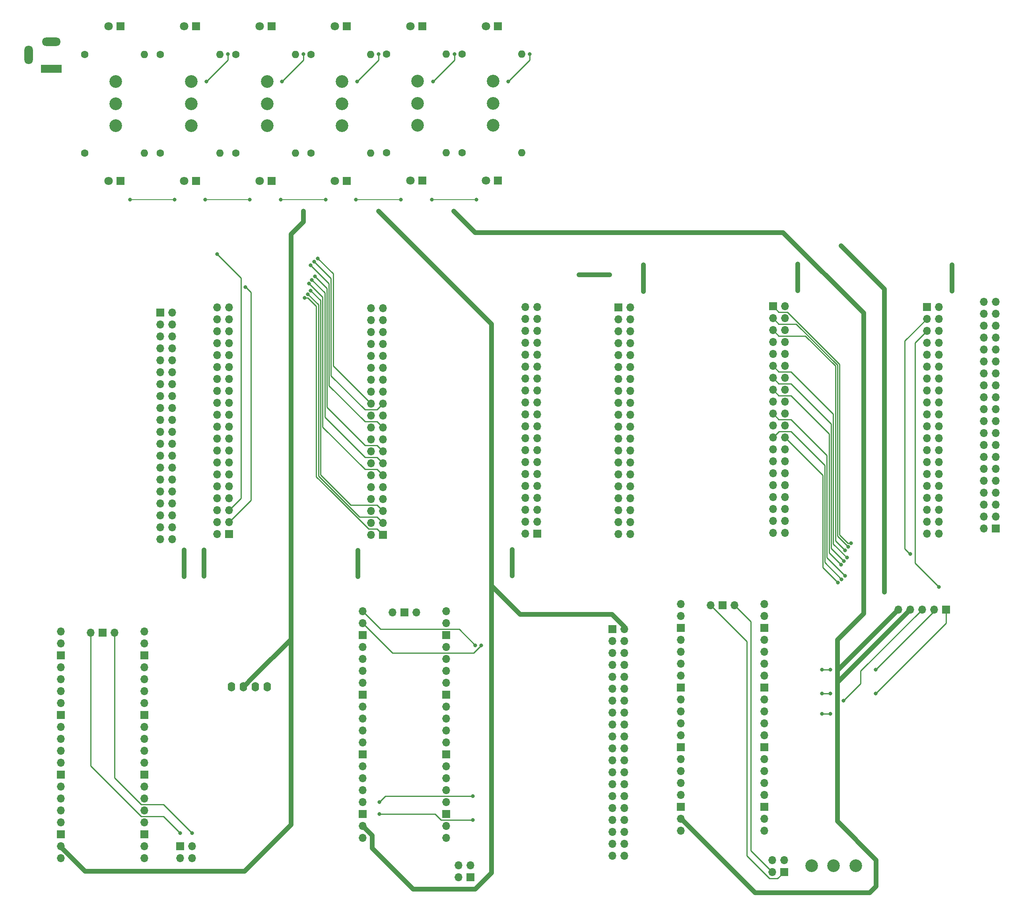
<source format=gbr>
%TF.GenerationSoftware,KiCad,Pcbnew,(6.0.5-0)*%
%TF.CreationDate,2022-05-19T11:08:02-04:00*%
%TF.ProjectId,viper,76697065-722e-46b6-9963-61645f706362,rev?*%
%TF.SameCoordinates,Original*%
%TF.FileFunction,Copper,L2,Bot*%
%TF.FilePolarity,Positive*%
%FSLAX46Y46*%
G04 Gerber Fmt 4.6, Leading zero omitted, Abs format (unit mm)*
G04 Created by KiCad (PCBNEW (6.0.5-0)) date 2022-05-19 11:08:02*
%MOMM*%
%LPD*%
G01*
G04 APERTURE LIST*
%TA.AperFunction,ComponentPad*%
%ADD10R,1.700000X1.700000*%
%TD*%
%TA.AperFunction,ComponentPad*%
%ADD11O,1.700000X1.700000*%
%TD*%
%TA.AperFunction,ComponentPad*%
%ADD12R,1.800000X1.800000*%
%TD*%
%TA.AperFunction,ComponentPad*%
%ADD13C,1.800000*%
%TD*%
%TA.AperFunction,ComponentPad*%
%ADD14C,2.700000*%
%TD*%
%TA.AperFunction,ComponentPad*%
%ADD15C,1.600000*%
%TD*%
%TA.AperFunction,ComponentPad*%
%ADD16O,1.600000X1.600000*%
%TD*%
%TA.AperFunction,ComponentPad*%
%ADD17R,4.400000X1.800000*%
%TD*%
%TA.AperFunction,ComponentPad*%
%ADD18O,4.000000X1.800000*%
%TD*%
%TA.AperFunction,ComponentPad*%
%ADD19O,1.800000X4.000000*%
%TD*%
%TA.AperFunction,ComponentPad*%
%ADD20O,1.600000X2.000000*%
%TD*%
%TA.AperFunction,ViaPad*%
%ADD21C,1.000000*%
%TD*%
%TA.AperFunction,ViaPad*%
%ADD22C,0.800000*%
%TD*%
%TA.AperFunction,Conductor*%
%ADD23C,1.000000*%
%TD*%
%TA.AperFunction,Conductor*%
%ADD24C,0.250000*%
%TD*%
%TA.AperFunction,Conductor*%
%ADD25C,0.200000*%
%TD*%
G04 APERTURE END LIST*
D10*
%TO.P,J15,1,Pin_1*%
%TO.N,Net-(J15-Pad1)*%
X203195000Y-175129000D03*
D11*
%TO.P,J15,2,Pin_2*%
%TO.N,VBUS*%
X205735000Y-175129000D03*
%TO.P,J15,3,Pin_3*%
%TO.N,Net-(J15-Pad3)*%
X203195000Y-177669000D03*
%TO.P,J15,4,Pin_4*%
%TO.N,unconnected-(J15-Pad4)*%
X205735000Y-177669000D03*
%TO.P,J15,5,Pin_5*%
%TO.N,Net-(J15-Pad5)*%
X203195000Y-180209000D03*
%TO.P,J15,6,Pin_6*%
%TO.N,GND*%
X205735000Y-180209000D03*
%TO.P,J15,7,Pin_7*%
%TO.N,unconnected-(J15-Pad7)*%
X203195000Y-182749000D03*
%TO.P,J15,8,Pin_8*%
%TO.N,unconnected-(J15-Pad8)*%
X205735000Y-182749000D03*
%TO.P,J15,9,Pin_9*%
%TO.N,unconnected-(J15-Pad9)*%
X203195000Y-185289000D03*
%TO.P,J15,10,Pin_10*%
%TO.N,unconnected-(J15-Pad10)*%
X205735000Y-185289000D03*
%TO.P,J15,11,Pin_11*%
%TO.N,unconnected-(J15-Pad11)*%
X203195000Y-187829000D03*
%TO.P,J15,12,Pin_12*%
%TO.N,unconnected-(J15-Pad12)*%
X205735000Y-187829000D03*
%TO.P,J15,13,Pin_13*%
%TO.N,unconnected-(J15-Pad13)*%
X203195000Y-190369000D03*
%TO.P,J15,14,Pin_14*%
%TO.N,unconnected-(J15-Pad14)*%
X205735000Y-190369000D03*
%TO.P,J15,15,Pin_15*%
%TO.N,unconnected-(J15-Pad15)*%
X203195000Y-192909000D03*
%TO.P,J15,16,Pin_16*%
%TO.N,unconnected-(J15-Pad16)*%
X205735000Y-192909000D03*
%TO.P,J15,17,Pin_17*%
%TO.N,unconnected-(J15-Pad17)*%
X203195000Y-195449000D03*
%TO.P,J15,18,Pin_18*%
%TO.N,unconnected-(J15-Pad18)*%
X205735000Y-195449000D03*
%TO.P,J15,19,Pin_19*%
%TO.N,unconnected-(J15-Pad19)*%
X203195000Y-197989000D03*
%TO.P,J15,20,Pin_20*%
%TO.N,unconnected-(J15-Pad20)*%
X205735000Y-197989000D03*
%TO.P,J15,21,Pin_21*%
%TO.N,unconnected-(J15-Pad21)*%
X203195000Y-200529000D03*
%TO.P,J15,22,Pin_22*%
%TO.N,unconnected-(J15-Pad22)*%
X205735000Y-200529000D03*
%TO.P,J15,23,Pin_23*%
%TO.N,unconnected-(J15-Pad23)*%
X203195000Y-203069000D03*
%TO.P,J15,24,Pin_24*%
%TO.N,unconnected-(J15-Pad24)*%
X205735000Y-203069000D03*
%TO.P,J15,25,Pin_25*%
%TO.N,unconnected-(J15-Pad25)*%
X203195000Y-205609000D03*
%TO.P,J15,26,Pin_26*%
%TO.N,unconnected-(J15-Pad26)*%
X205735000Y-205609000D03*
%TO.P,J15,27,Pin_27*%
%TO.N,unconnected-(J15-Pad27)*%
X203195000Y-208149000D03*
%TO.P,J15,28,Pin_28*%
%TO.N,unconnected-(J15-Pad28)*%
X205735000Y-208149000D03*
%TO.P,J15,29,Pin_29*%
%TO.N,unconnected-(J15-Pad29)*%
X203195000Y-210689000D03*
%TO.P,J15,30,Pin_30*%
%TO.N,unconnected-(J15-Pad30)*%
X205735000Y-210689000D03*
%TO.P,J15,31,Pin_31*%
%TO.N,unconnected-(J15-Pad31)*%
X203195000Y-213229000D03*
%TO.P,J15,32,Pin_32*%
%TO.N,unconnected-(J15-Pad32)*%
X205735000Y-213229000D03*
%TO.P,J15,33,Pin_33*%
%TO.N,unconnected-(J15-Pad33)*%
X203195000Y-215769000D03*
%TO.P,J15,34,Pin_34*%
%TO.N,unconnected-(J15-Pad34)*%
X205735000Y-215769000D03*
%TO.P,J15,35,Pin_35*%
%TO.N,unconnected-(J15-Pad35)*%
X203195000Y-218309000D03*
%TO.P,J15,36,Pin_36*%
%TO.N,unconnected-(J15-Pad36)*%
X205735000Y-218309000D03*
%TO.P,J15,37,Pin_37*%
%TO.N,unconnected-(J15-Pad37)*%
X203195000Y-220849000D03*
%TO.P,J15,38,Pin_38*%
%TO.N,unconnected-(J15-Pad38)*%
X205735000Y-220849000D03*
%TO.P,J15,39,Pin_39*%
%TO.N,unconnected-(J15-Pad39)*%
X203195000Y-223389000D03*
%TO.P,J15,40,Pin_40*%
%TO.N,unconnected-(J15-Pad40)*%
X205735000Y-223389000D03*
%TD*%
D12*
%TO.P,D10,1,K*%
%TO.N,GND*%
X178767335Y-46732833D03*
D13*
%TO.P,D10,2,A*%
%TO.N,Net-(D10-Pad2)*%
X176227335Y-46732833D03*
%TD*%
D10*
%TO.P,J2,1,Pin_1*%
%TO.N,/1 3.3V*%
X106874500Y-107719625D03*
D11*
%TO.P,J2,2,Pin_2*%
%TO.N,unconnected-(J2-Pad2)*%
X109414500Y-107719625D03*
%TO.P,J2,3,Pin_3*%
%TO.N,/1 SDA 01*%
X106874500Y-110259625D03*
%TO.P,J2,4,Pin_4*%
%TO.N,VBUS*%
X109414500Y-110259625D03*
%TO.P,J2,5,Pin_5*%
%TO.N,/1 SCL 01*%
X106874500Y-112799625D03*
%TO.P,J2,6,Pin_6*%
%TO.N,GND*%
X109414500Y-112799625D03*
%TO.P,J2,7,Pin_7*%
%TO.N,/1 SDA 03*%
X106874500Y-115339625D03*
%TO.P,J2,8,Pin_8*%
%TO.N,unconnected-(J2-Pad8)*%
X109414500Y-115339625D03*
%TO.P,J2,9,Pin_9*%
%TO.N,unconnected-(J2-Pad9)*%
X106874500Y-117879625D03*
%TO.P,J2,10,Pin_10*%
%TO.N,unconnected-(J2-Pad10)*%
X109414500Y-117879625D03*
%TO.P,J2,11,Pin_11*%
%TO.N,/1 BUSY*%
X106874500Y-120419625D03*
%TO.P,J2,12,Pin_12*%
%TO.N,unconnected-(J2-Pad12)*%
X109414500Y-120419625D03*
%TO.P,J2,13,Pin_13*%
%TO.N,/1 RESET*%
X106874500Y-122959625D03*
%TO.P,J2,14,Pin_14*%
%TO.N,unconnected-(J2-Pad14)*%
X109414500Y-122959625D03*
%TO.P,J2,15,Pin_15*%
%TO.N,/1 DATA*%
X106874500Y-125499625D03*
%TO.P,J2,16,Pin_16*%
%TO.N,/1 GPIO 23*%
X109414500Y-125499625D03*
%TO.P,J2,17,Pin_17*%
%TO.N,unconnected-(J2-Pad17)*%
X106874500Y-128039625D03*
%TO.P,J2,18,Pin_18*%
%TO.N,/1 GPIO 24*%
X109414500Y-128039625D03*
%TO.P,J2,19,Pin_19*%
%TO.N,/1 SPI0 MOSI*%
X106874500Y-130579625D03*
%TO.P,J2,20,Pin_20*%
%TO.N,unconnected-(J2-Pad20)*%
X109414500Y-130579625D03*
%TO.P,J2,21,Pin_21*%
%TO.N,unconnected-(J2-Pad21)*%
X106874500Y-133119625D03*
%TO.P,J2,22,Pin_22*%
%TO.N,unconnected-(J2-Pad22)*%
X109414500Y-133119625D03*
%TO.P,J2,23,Pin_23*%
%TO.N,/1 SPI0 SCLK*%
X106874500Y-135659625D03*
%TO.P,J2,24,Pin_24*%
%TO.N,/1 CS*%
X109414500Y-135659625D03*
%TO.P,J2,25,Pin_25*%
%TO.N,unconnected-(J2-Pad25)*%
X106874500Y-138199625D03*
%TO.P,J2,26,Pin_26*%
%TO.N,unconnected-(J2-Pad26)*%
X109414500Y-138199625D03*
%TO.P,J2,27,Pin_27*%
%TO.N,unconnected-(J2-Pad27)*%
X106874500Y-140739625D03*
%TO.P,J2,28,Pin_28*%
%TO.N,unconnected-(J2-Pad28)*%
X109414500Y-140739625D03*
%TO.P,J2,29,Pin_29*%
%TO.N,/1 SCL 03*%
X106874500Y-143279625D03*
%TO.P,J2,30,Pin_30*%
%TO.N,unconnected-(J2-Pad30)*%
X109414500Y-143279625D03*
%TO.P,J2,31,Pin_31*%
%TO.N,unconnected-(J2-Pad31)*%
X106874500Y-145819625D03*
%TO.P,J2,32,Pin_32*%
%TO.N,unconnected-(J2-Pad32)*%
X109414500Y-145819625D03*
%TO.P,J2,33,Pin_33*%
%TO.N,unconnected-(J2-Pad33)*%
X106874500Y-148359625D03*
%TO.P,J2,34,Pin_34*%
%TO.N,unconnected-(J2-Pad34)*%
X109414500Y-148359625D03*
%TO.P,J2,35,Pin_35*%
%TO.N,unconnected-(J2-Pad35)*%
X106874500Y-150899625D03*
%TO.P,J2,36,Pin_36*%
%TO.N,unconnected-(J2-Pad36)*%
X109414500Y-150899625D03*
%TO.P,J2,37,Pin_37*%
%TO.N,unconnected-(J2-Pad37)*%
X106874500Y-153439625D03*
%TO.P,J2,38,Pin_38*%
%TO.N,unconnected-(J2-Pad38)*%
X109414500Y-153439625D03*
%TO.P,J2,39,Pin_39*%
%TO.N,unconnected-(J2-Pad39)*%
X106874500Y-155979625D03*
%TO.P,J2,40,Pin_40*%
%TO.N,unconnected-(J2-Pad40)*%
X109414500Y-155979625D03*
%TD*%
D14*
%TO.P,S2,1,ON*%
%TO.N,Net-(R3-Pad2)*%
X145616324Y-58547000D03*
%TO.P,S2,2,COM*%
%TO.N,VBUS*%
X145616324Y-63247000D03*
%TO.P,S2,3,ON*%
X145616324Y-67947000D03*
%TD*%
D12*
%TO.P,D13,1,K*%
%TO.N,Net-(D13-Pad1)*%
X178767335Y-79634165D03*
D13*
%TO.P,D13,2,A*%
%TO.N,GND*%
X176227335Y-79634165D03*
%TD*%
D15*
%TO.P,R4,1*%
%TO.N,VBUS*%
X122975349Y-73756000D03*
D16*
%TO.P,R4,2*%
%TO.N,Net-(D4-Pad1)*%
X135675349Y-73756000D03*
%TD*%
D14*
%TO.P,S7,1,ON*%
%TO.N,unconnected-(S7-Pad1)*%
X254964000Y-225467000D03*
%TO.P,S7,2,COM*%
%TO.N,GND*%
X250264000Y-225467000D03*
%TO.P,S7,3,ON*%
%TO.N,Net-(S7-Pad3)*%
X245564000Y-225467000D03*
%TD*%
D10*
%TO.P,J12,1,Pin_1*%
%TO.N,/1 3.3V*%
X154315000Y-155052000D03*
D11*
%TO.P,J12,2,Pin_2*%
%TO.N,VBUS*%
X151775000Y-155052000D03*
%TO.P,J12,3,Pin_3*%
%TO.N,/1 SDA 01*%
X154315000Y-152512000D03*
%TO.P,J12,4,Pin_4*%
%TO.N,unconnected-(J12-Pad4)*%
X151775000Y-152512000D03*
%TO.P,J12,5,Pin_5*%
%TO.N,/1 SCL 01*%
X154315000Y-149972000D03*
%TO.P,J12,6,Pin_6*%
%TO.N,GND*%
X151775000Y-149972000D03*
%TO.P,J12,7,Pin_7*%
%TO.N,unconnected-(J12-Pad7)*%
X154315000Y-147432000D03*
%TO.P,J12,8,Pin_8*%
%TO.N,unconnected-(J12-Pad8)*%
X151775000Y-147432000D03*
%TO.P,J12,9,Pin_9*%
%TO.N,unconnected-(J12-Pad9)*%
X154315000Y-144892000D03*
%TO.P,J12,10,Pin_10*%
%TO.N,unconnected-(J12-Pad10)*%
X151775000Y-144892000D03*
%TO.P,J12,11,Pin_11*%
%TO.N,/1 BUSY*%
X154315000Y-142352000D03*
%TO.P,J12,12,Pin_12*%
%TO.N,unconnected-(J12-Pad12)*%
X151775000Y-142352000D03*
%TO.P,J12,13,Pin_13*%
%TO.N,/1 RESET*%
X154315000Y-139812000D03*
%TO.P,J12,14,Pin_14*%
%TO.N,unconnected-(J12-Pad14)*%
X151775000Y-139812000D03*
%TO.P,J12,15,Pin_15*%
%TO.N,/1 DATA*%
X154315000Y-137272000D03*
%TO.P,J12,16,Pin_16*%
%TO.N,unconnected-(J12-Pad16)*%
X151775000Y-137272000D03*
%TO.P,J12,17,Pin_17*%
%TO.N,unconnected-(J12-Pad17)*%
X154315000Y-134732000D03*
%TO.P,J12,18,Pin_18*%
%TO.N,unconnected-(J12-Pad18)*%
X151775000Y-134732000D03*
%TO.P,J12,19,Pin_19*%
%TO.N,/1 SPI0 MOSI*%
X154315000Y-132192000D03*
%TO.P,J12,20,Pin_20*%
%TO.N,unconnected-(J12-Pad20)*%
X151775000Y-132192000D03*
%TO.P,J12,21,Pin_21*%
%TO.N,unconnected-(J12-Pad21)*%
X154315000Y-129652000D03*
%TO.P,J12,22,Pin_22*%
%TO.N,unconnected-(J12-Pad22)*%
X151775000Y-129652000D03*
%TO.P,J12,23,Pin_23*%
%TO.N,/1 SPI0 SCLK*%
X154315000Y-127112000D03*
%TO.P,J12,24,Pin_24*%
%TO.N,/1 CS*%
X151775000Y-127112000D03*
%TO.P,J12,25,Pin_25*%
%TO.N,unconnected-(J12-Pad25)*%
X154315000Y-124572000D03*
%TO.P,J12,26,Pin_26*%
%TO.N,unconnected-(J12-Pad26)*%
X151775000Y-124572000D03*
%TO.P,J12,27,Pin_27*%
%TO.N,unconnected-(J12-Pad27)*%
X154315000Y-122032000D03*
%TO.P,J12,28,Pin_28*%
%TO.N,unconnected-(J12-Pad28)*%
X151775000Y-122032000D03*
%TO.P,J12,29,Pin_29*%
%TO.N,unconnected-(J12-Pad29)*%
X154315000Y-119492000D03*
%TO.P,J12,30,Pin_30*%
%TO.N,unconnected-(J12-Pad30)*%
X151775000Y-119492000D03*
%TO.P,J12,31,Pin_31*%
%TO.N,unconnected-(J12-Pad31)*%
X154315000Y-116952000D03*
%TO.P,J12,32,Pin_32*%
%TO.N,unconnected-(J12-Pad32)*%
X151775000Y-116952000D03*
%TO.P,J12,33,Pin_33*%
%TO.N,unconnected-(J12-Pad33)*%
X154315000Y-114412000D03*
%TO.P,J12,34,Pin_34*%
%TO.N,unconnected-(J12-Pad34)*%
X151775000Y-114412000D03*
%TO.P,J12,35,Pin_35*%
%TO.N,unconnected-(J12-Pad35)*%
X154315000Y-111872000D03*
%TO.P,J12,36,Pin_36*%
%TO.N,unconnected-(J12-Pad36)*%
X151775000Y-111872000D03*
%TO.P,J12,37,Pin_37*%
%TO.N,unconnected-(J12-Pad37)*%
X154315000Y-109332000D03*
%TO.P,J12,38,Pin_38*%
%TO.N,unconnected-(J12-Pad38)*%
X151775000Y-109332000D03*
%TO.P,J12,39,Pin_39*%
%TO.N,unconnected-(J12-Pad39)*%
X154315000Y-106792000D03*
%TO.P,J12,40,Pin_40*%
%TO.N,unconnected-(J12-Pad40)*%
X151775000Y-106792000D03*
%TD*%
%TO.P,U2,1,GPIO0*%
%TO.N,Net-(J7-Pad4)*%
X103505000Y-223892000D03*
%TO.P,U2,2,GPIO1*%
%TO.N,Net-(J7-Pad3)*%
X103505000Y-221352000D03*
D10*
%TO.P,U2,3,GND*%
%TO.N,unconnected-(U2-Pad3)*%
X103505000Y-218812000D03*
D11*
%TO.P,U2,4,GPIO2*%
%TO.N,unconnected-(U2-Pad4)*%
X103505000Y-216272000D03*
%TO.P,U2,5,GPIO3*%
%TO.N,unconnected-(U2-Pad5)*%
X103505000Y-213732000D03*
%TO.P,U2,6,GPIO4*%
%TO.N,unconnected-(U2-Pad6)*%
X103505000Y-211192000D03*
%TO.P,U2,7,GPIO5*%
%TO.N,unconnected-(U2-Pad7)*%
X103505000Y-208652000D03*
D10*
%TO.P,U2,8,GND*%
%TO.N,unconnected-(U2-Pad8)*%
X103505000Y-206112000D03*
D11*
%TO.P,U2,9,GPIO6*%
%TO.N,unconnected-(U2-Pad9)*%
X103505000Y-203572000D03*
%TO.P,U2,10,GPIO7*%
%TO.N,unconnected-(U2-Pad10)*%
X103505000Y-201032000D03*
%TO.P,U2,11,GPIO8*%
%TO.N,unconnected-(U2-Pad11)*%
X103505000Y-198492000D03*
%TO.P,U2,12,GPIO9*%
%TO.N,unconnected-(U2-Pad12)*%
X103505000Y-195952000D03*
D10*
%TO.P,U2,13,GND*%
%TO.N,unconnected-(U2-Pad13)*%
X103505000Y-193412000D03*
D11*
%TO.P,U2,14,GPIO10*%
%TO.N,unconnected-(U2-Pad14)*%
X103505000Y-190872000D03*
%TO.P,U2,15,GPIO11*%
%TO.N,unconnected-(U2-Pad15)*%
X103505000Y-188332000D03*
%TO.P,U2,16,GPIO12*%
%TO.N,unconnected-(U2-Pad16)*%
X103505000Y-185792000D03*
%TO.P,U2,17,GPIO13*%
%TO.N,unconnected-(U2-Pad17)*%
X103505000Y-183252000D03*
D10*
%TO.P,U2,18,GND*%
%TO.N,unconnected-(U2-Pad18)*%
X103505000Y-180712000D03*
D11*
%TO.P,U2,19,GPIO14*%
%TO.N,unconnected-(U2-Pad19)*%
X103505000Y-178172000D03*
%TO.P,U2,20,GPIO15*%
%TO.N,unconnected-(U2-Pad20)*%
X103505000Y-175632000D03*
%TO.P,U2,21,GPIO16*%
%TO.N,Net-(Brd1-Pad3)*%
X85725000Y-175632000D03*
%TO.P,U2,22,GPIO17*%
%TO.N,Net-(Brd1-Pad4)*%
X85725000Y-178172000D03*
D10*
%TO.P,U2,23,GND*%
%TO.N,unconnected-(U2-Pad23)*%
X85725000Y-180712000D03*
D11*
%TO.P,U2,24,GPIO18*%
%TO.N,unconnected-(U2-Pad24)*%
X85725000Y-183252000D03*
%TO.P,U2,25,GPIO19*%
%TO.N,unconnected-(U2-Pad25)*%
X85725000Y-185792000D03*
%TO.P,U2,26,GPIO20*%
%TO.N,unconnected-(U2-Pad26)*%
X85725000Y-188332000D03*
%TO.P,U2,27,GPIO21*%
%TO.N,unconnected-(U2-Pad27)*%
X85725000Y-190872000D03*
D10*
%TO.P,U2,28,GND*%
%TO.N,unconnected-(U2-Pad28)*%
X85725000Y-193412000D03*
D11*
%TO.P,U2,29,GPIO22*%
%TO.N,unconnected-(U2-Pad29)*%
X85725000Y-195952000D03*
%TO.P,U2,30,RUN*%
%TO.N,unconnected-(U2-Pad30)*%
X85725000Y-198492000D03*
%TO.P,U2,31,GPIO26_ADC0*%
%TO.N,unconnected-(U2-Pad31)*%
X85725000Y-201032000D03*
%TO.P,U2,32,GPIO27_ADC1*%
%TO.N,unconnected-(U2-Pad32)*%
X85725000Y-203572000D03*
D10*
%TO.P,U2,33,AGND*%
%TO.N,unconnected-(U2-Pad33)*%
X85725000Y-206112000D03*
D11*
%TO.P,U2,34,GPIO28_ADC2*%
%TO.N,unconnected-(U2-Pad34)*%
X85725000Y-208652000D03*
%TO.P,U2,35,ADC_VREF*%
%TO.N,unconnected-(U2-Pad35)*%
X85725000Y-211192000D03*
%TO.P,U2,36,3V3*%
%TO.N,unconnected-(U2-Pad36)*%
X85725000Y-213732000D03*
%TO.P,U2,37,3V3_EN*%
%TO.N,unconnected-(U2-Pad37)*%
X85725000Y-216272000D03*
D10*
%TO.P,U2,38,GND*%
%TO.N,GND*%
X85725000Y-218812000D03*
D11*
%TO.P,U2,39,VSYS*%
%TO.N,VBUS*%
X85725000Y-221352000D03*
%TO.P,U2,40,VBUS*%
%TO.N,unconnected-(U2-Pad40)*%
X85725000Y-223892000D03*
%TO.P,U2,41,SWCLK*%
%TO.N,Net-(J7-Pad2)*%
X97155000Y-175862000D03*
D10*
%TO.P,U2,42,GND*%
%TO.N,GND*%
X94615000Y-175862000D03*
D11*
%TO.P,U2,43,SWDIO*%
%TO.N,Net-(J7-Pad1)*%
X92075000Y-175862000D03*
%TD*%
D15*
%TO.P,R2,1*%
%TO.N,VBUS*%
X106919687Y-73756000D03*
D16*
%TO.P,R2,2*%
%TO.N,Net-(D2-Pad1)*%
X119619687Y-73756000D03*
%TD*%
D10*
%TO.P,J5,1,Pin_1*%
%TO.N,/2 3.3V*%
X270119000Y-106520250D03*
D11*
%TO.P,J5,2,Pin_2*%
%TO.N,VBUS*%
X272659000Y-106520250D03*
%TO.P,J5,3,Pin_3*%
%TO.N,/2 SDA 03*%
X270119000Y-109060250D03*
%TO.P,J5,4,Pin_4*%
%TO.N,unconnected-(J5-Pad4)*%
X272659000Y-109060250D03*
%TO.P,J5,5,Pin_5*%
%TO.N,/2 SCL 03*%
X270119000Y-111600250D03*
%TO.P,J5,6,Pin_6*%
%TO.N,GND*%
X272659000Y-111600250D03*
%TO.P,J5,7,Pin_7*%
%TO.N,unconnected-(J5-Pad7)*%
X270119000Y-114140250D03*
%TO.P,J5,8,Pin_8*%
%TO.N,unconnected-(J5-Pad8)*%
X272659000Y-114140250D03*
%TO.P,J5,9,Pin_9*%
%TO.N,unconnected-(J5-Pad9)*%
X270119000Y-116680250D03*
%TO.P,J5,10,Pin_10*%
%TO.N,unconnected-(J5-Pad10)*%
X272659000Y-116680250D03*
%TO.P,J5,11,Pin_11*%
%TO.N,unconnected-(J5-Pad11)*%
X270119000Y-119220250D03*
%TO.P,J5,12,Pin_12*%
%TO.N,unconnected-(J5-Pad12)*%
X272659000Y-119220250D03*
%TO.P,J5,13,Pin_13*%
%TO.N,unconnected-(J5-Pad13)*%
X270119000Y-121760250D03*
%TO.P,J5,14,Pin_14*%
%TO.N,unconnected-(J5-Pad14)*%
X272659000Y-121760250D03*
%TO.P,J5,15,Pin_15*%
%TO.N,unconnected-(J5-Pad15)*%
X270119000Y-124300250D03*
%TO.P,J5,16,Pin_16*%
%TO.N,unconnected-(J5-Pad16)*%
X272659000Y-124300250D03*
%TO.P,J5,17,Pin_17*%
%TO.N,unconnected-(J5-Pad17)*%
X270119000Y-126840250D03*
%TO.P,J5,18,Pin_18*%
%TO.N,unconnected-(J5-Pad18)*%
X272659000Y-126840250D03*
%TO.P,J5,19,Pin_19*%
%TO.N,unconnected-(J5-Pad19)*%
X270119000Y-129380250D03*
%TO.P,J5,20,Pin_20*%
%TO.N,unconnected-(J5-Pad20)*%
X272659000Y-129380250D03*
%TO.P,J5,21,Pin_21*%
%TO.N,unconnected-(J5-Pad21)*%
X270119000Y-131920250D03*
%TO.P,J5,22,Pin_22*%
%TO.N,unconnected-(J5-Pad22)*%
X272659000Y-131920250D03*
%TO.P,J5,23,Pin_23*%
%TO.N,unconnected-(J5-Pad23)*%
X270119000Y-134460250D03*
%TO.P,J5,24,Pin_24*%
%TO.N,unconnected-(J5-Pad24)*%
X272659000Y-134460250D03*
%TO.P,J5,25,Pin_25*%
%TO.N,unconnected-(J5-Pad25)*%
X270119000Y-137000250D03*
%TO.P,J5,26,Pin_26*%
%TO.N,unconnected-(J5-Pad26)*%
X272659000Y-137000250D03*
%TO.P,J5,27,Pin_27*%
%TO.N,unconnected-(J5-Pad27)*%
X270119000Y-139540250D03*
%TO.P,J5,28,Pin_28*%
%TO.N,unconnected-(J5-Pad28)*%
X272659000Y-139540250D03*
%TO.P,J5,29,Pin_29*%
%TO.N,unconnected-(J5-Pad29)*%
X270119000Y-142080250D03*
%TO.P,J5,30,Pin_30*%
%TO.N,unconnected-(J5-Pad30)*%
X272659000Y-142080250D03*
%TO.P,J5,31,Pin_31*%
%TO.N,unconnected-(J5-Pad31)*%
X270119000Y-144620250D03*
%TO.P,J5,32,Pin_32*%
%TO.N,unconnected-(J5-Pad32)*%
X272659000Y-144620250D03*
%TO.P,J5,33,Pin_33*%
%TO.N,unconnected-(J5-Pad33)*%
X270119000Y-147160250D03*
%TO.P,J5,34,Pin_34*%
%TO.N,unconnected-(J5-Pad34)*%
X272659000Y-147160250D03*
%TO.P,J5,35,Pin_35*%
%TO.N,unconnected-(J5-Pad35)*%
X270119000Y-149700250D03*
%TO.P,J5,36,Pin_36*%
%TO.N,unconnected-(J5-Pad36)*%
X272659000Y-149700250D03*
%TO.P,J5,37,Pin_37*%
%TO.N,unconnected-(J5-Pad37)*%
X270119000Y-152240250D03*
%TO.P,J5,38,Pin_38*%
%TO.N,unconnected-(J5-Pad38)*%
X272659000Y-152240250D03*
%TO.P,J5,39,Pin_39*%
%TO.N,unconnected-(J5-Pad39)*%
X270119000Y-154780250D03*
%TO.P,J5,40,Pin_40*%
%TO.N,unconnected-(J5-Pad40)*%
X272659000Y-154780250D03*
%TD*%
D15*
%TO.P,R9,1*%
%TO.N,Net-(D8-Pad2)*%
X90864025Y-52738000D03*
D16*
%TO.P,R9,2*%
%TO.N,Net-(R9-Pad2)*%
X103564025Y-52738000D03*
%TD*%
D10*
%TO.P,J13,1,Pin_1*%
%TO.N,unconnected-(J13-Pad1)*%
X187198000Y-154813000D03*
D11*
%TO.P,J13,2,Pin_2*%
%TO.N,VBUS*%
X184658000Y-154813000D03*
%TO.P,J13,3,Pin_3*%
%TO.N,unconnected-(J13-Pad3)*%
X187198000Y-152273000D03*
%TO.P,J13,4,Pin_4*%
%TO.N,VBUS*%
X184658000Y-152273000D03*
%TO.P,J13,5,Pin_5*%
%TO.N,unconnected-(J13-Pad5)*%
X187198000Y-149733000D03*
%TO.P,J13,6,Pin_6*%
%TO.N,GND*%
X184658000Y-149733000D03*
%TO.P,J13,7,Pin_7*%
%TO.N,unconnected-(J13-Pad7)*%
X187198000Y-147193000D03*
%TO.P,J13,8,Pin_8*%
%TO.N,unconnected-(J13-Pad8)*%
X184658000Y-147193000D03*
%TO.P,J13,9,Pin_9*%
%TO.N,unconnected-(J13-Pad9)*%
X187198000Y-144653000D03*
%TO.P,J13,10,Pin_10*%
%TO.N,unconnected-(J13-Pad10)*%
X184658000Y-144653000D03*
%TO.P,J13,11,Pin_11*%
%TO.N,unconnected-(J13-Pad11)*%
X187198000Y-142113000D03*
%TO.P,J13,12,Pin_12*%
%TO.N,unconnected-(J13-Pad12)*%
X184658000Y-142113000D03*
%TO.P,J13,13,Pin_13*%
%TO.N,unconnected-(J13-Pad13)*%
X187198000Y-139573000D03*
%TO.P,J13,14,Pin_14*%
%TO.N,unconnected-(J13-Pad14)*%
X184658000Y-139573000D03*
%TO.P,J13,15,Pin_15*%
%TO.N,unconnected-(J13-Pad15)*%
X187198000Y-137033000D03*
%TO.P,J13,16,Pin_16*%
%TO.N,/1 GPIO 23*%
X184658000Y-137033000D03*
%TO.P,J13,17,Pin_17*%
%TO.N,unconnected-(J13-Pad17)*%
X187198000Y-134493000D03*
%TO.P,J13,18,Pin_18*%
%TO.N,/1 GPIO 24*%
X184658000Y-134493000D03*
%TO.P,J13,19,Pin_19*%
%TO.N,unconnected-(J13-Pad19)*%
X187198000Y-131953000D03*
%TO.P,J13,20,Pin_20*%
%TO.N,unconnected-(J13-Pad20)*%
X184658000Y-131953000D03*
%TO.P,J13,21,Pin_21*%
%TO.N,unconnected-(J13-Pad21)*%
X187198000Y-129413000D03*
%TO.P,J13,22,Pin_22*%
%TO.N,unconnected-(J13-Pad22)*%
X184658000Y-129413000D03*
%TO.P,J13,23,Pin_23*%
%TO.N,unconnected-(J13-Pad23)*%
X187198000Y-126873000D03*
%TO.P,J13,24,Pin_24*%
%TO.N,unconnected-(J13-Pad24)*%
X184658000Y-126873000D03*
%TO.P,J13,25,Pin_25*%
%TO.N,unconnected-(J13-Pad25)*%
X187198000Y-124333000D03*
%TO.P,J13,26,Pin_26*%
%TO.N,unconnected-(J13-Pad26)*%
X184658000Y-124333000D03*
%TO.P,J13,27,Pin_27*%
%TO.N,unconnected-(J13-Pad27)*%
X187198000Y-121793000D03*
%TO.P,J13,28,Pin_28*%
%TO.N,unconnected-(J13-Pad28)*%
X184658000Y-121793000D03*
%TO.P,J13,29,Pin_29*%
%TO.N,unconnected-(J13-Pad29)*%
X187198000Y-119253000D03*
%TO.P,J13,30,Pin_30*%
%TO.N,unconnected-(J13-Pad30)*%
X184658000Y-119253000D03*
%TO.P,J13,31,Pin_31*%
%TO.N,unconnected-(J13-Pad31)*%
X187198000Y-116713000D03*
%TO.P,J13,32,Pin_32*%
%TO.N,unconnected-(J13-Pad32)*%
X184658000Y-116713000D03*
%TO.P,J13,33,Pin_33*%
%TO.N,unconnected-(J13-Pad33)*%
X187198000Y-114173000D03*
%TO.P,J13,34,Pin_34*%
%TO.N,unconnected-(J13-Pad34)*%
X184658000Y-114173000D03*
%TO.P,J13,35,Pin_35*%
%TO.N,unconnected-(J13-Pad35)*%
X187198000Y-111633000D03*
%TO.P,J13,36,Pin_36*%
%TO.N,unconnected-(J13-Pad36)*%
X184658000Y-111633000D03*
%TO.P,J13,37,Pin_37*%
%TO.N,unconnected-(J13-Pad37)*%
X187198000Y-109093000D03*
%TO.P,J13,38,Pin_38*%
%TO.N,unconnected-(J13-Pad38)*%
X184658000Y-109093000D03*
%TO.P,J13,39,Pin_39*%
%TO.N,unconnected-(J13-Pad39)*%
X187198000Y-106553000D03*
%TO.P,J13,40,Pin_40*%
%TO.N,unconnected-(J13-Pad40)*%
X184658000Y-106553000D03*
%TD*%
D15*
%TO.P,R3,1*%
%TO.N,Net-(D3-Pad2)*%
X139031011Y-52738000D03*
D16*
%TO.P,R3,2*%
%TO.N,Net-(R3-Pad2)*%
X151731011Y-52738000D03*
%TD*%
D10*
%TO.P,J4,1,Pin_1*%
%TO.N,/1 3.3V*%
X121549000Y-154887625D03*
D11*
%TO.P,J4,2,Pin_2*%
%TO.N,VBUS*%
X119009000Y-154887625D03*
%TO.P,J4,3,Pin_3*%
%TO.N,/1 SDA 03*%
X121549000Y-152347625D03*
%TO.P,J4,4,Pin_4*%
%TO.N,unconnected-(J4-Pad4)*%
X119009000Y-152347625D03*
%TO.P,J4,5,Pin_5*%
%TO.N,/1 SCL 03*%
X121549000Y-149807625D03*
%TO.P,J4,6,Pin_6*%
%TO.N,GND*%
X119009000Y-149807625D03*
%TO.P,J4,7,Pin_7*%
%TO.N,unconnected-(J4-Pad7)*%
X121549000Y-147267625D03*
%TO.P,J4,8,Pin_8*%
%TO.N,unconnected-(J4-Pad8)*%
X119009000Y-147267625D03*
%TO.P,J4,9,Pin_9*%
%TO.N,unconnected-(J4-Pad9)*%
X121549000Y-144727625D03*
%TO.P,J4,10,Pin_10*%
%TO.N,unconnected-(J4-Pad10)*%
X119009000Y-144727625D03*
%TO.P,J4,11,Pin_11*%
%TO.N,unconnected-(J4-Pad11)*%
X121549000Y-142187625D03*
%TO.P,J4,12,Pin_12*%
%TO.N,unconnected-(J4-Pad12)*%
X119009000Y-142187625D03*
%TO.P,J4,13,Pin_13*%
%TO.N,unconnected-(J4-Pad13)*%
X121549000Y-139647625D03*
%TO.P,J4,14,Pin_14*%
%TO.N,unconnected-(J4-Pad14)*%
X119009000Y-139647625D03*
%TO.P,J4,15,Pin_15*%
%TO.N,unconnected-(J4-Pad15)*%
X121549000Y-137107625D03*
%TO.P,J4,16,Pin_16*%
%TO.N,unconnected-(J4-Pad16)*%
X119009000Y-137107625D03*
%TO.P,J4,17,Pin_17*%
%TO.N,unconnected-(J4-Pad17)*%
X121549000Y-134567625D03*
%TO.P,J4,18,Pin_18*%
%TO.N,unconnected-(J4-Pad18)*%
X119009000Y-134567625D03*
%TO.P,J4,19,Pin_19*%
%TO.N,unconnected-(J4-Pad19)*%
X121549000Y-132027625D03*
%TO.P,J4,20,Pin_20*%
%TO.N,unconnected-(J4-Pad20)*%
X119009000Y-132027625D03*
%TO.P,J4,21,Pin_21*%
%TO.N,unconnected-(J4-Pad21)*%
X121549000Y-129487625D03*
%TO.P,J4,22,Pin_22*%
%TO.N,unconnected-(J4-Pad22)*%
X119009000Y-129487625D03*
%TO.P,J4,23,Pin_23*%
%TO.N,unconnected-(J4-Pad23)*%
X121549000Y-126947625D03*
%TO.P,J4,24,Pin_24*%
%TO.N,unconnected-(J4-Pad24)*%
X119009000Y-126947625D03*
%TO.P,J4,25,Pin_25*%
%TO.N,unconnected-(J4-Pad25)*%
X121549000Y-124407625D03*
%TO.P,J4,26,Pin_26*%
%TO.N,unconnected-(J4-Pad26)*%
X119009000Y-124407625D03*
%TO.P,J4,27,Pin_27*%
%TO.N,unconnected-(J4-Pad27)*%
X121549000Y-121867625D03*
%TO.P,J4,28,Pin_28*%
%TO.N,unconnected-(J4-Pad28)*%
X119009000Y-121867625D03*
%TO.P,J4,29,Pin_29*%
%TO.N,unconnected-(J4-Pad29)*%
X121549000Y-119327625D03*
%TO.P,J4,30,Pin_30*%
%TO.N,unconnected-(J4-Pad30)*%
X119009000Y-119327625D03*
%TO.P,J4,31,Pin_31*%
%TO.N,unconnected-(J4-Pad31)*%
X121549000Y-116787625D03*
%TO.P,J4,32,Pin_32*%
%TO.N,unconnected-(J4-Pad32)*%
X119009000Y-116787625D03*
%TO.P,J4,33,Pin_33*%
%TO.N,unconnected-(J4-Pad33)*%
X121549000Y-114247625D03*
%TO.P,J4,34,Pin_34*%
%TO.N,unconnected-(J4-Pad34)*%
X119009000Y-114247625D03*
%TO.P,J4,35,Pin_35*%
%TO.N,unconnected-(J4-Pad35)*%
X121549000Y-111707625D03*
%TO.P,J4,36,Pin_36*%
%TO.N,unconnected-(J4-Pad36)*%
X119009000Y-111707625D03*
%TO.P,J4,37,Pin_37*%
%TO.N,unconnected-(J4-Pad37)*%
X121549000Y-109167625D03*
%TO.P,J4,38,Pin_38*%
%TO.N,unconnected-(J4-Pad38)*%
X119009000Y-109167625D03*
%TO.P,J4,39,Pin_39*%
%TO.N,unconnected-(J4-Pad39)*%
X121549000Y-106627625D03*
%TO.P,J4,40,Pin_40*%
%TO.N,unconnected-(J4-Pad40)*%
X119009000Y-106627625D03*
%TD*%
D12*
%TO.P,D6,1,K*%
%TO.N,Net-(D6-Pad1)*%
X146656011Y-79740000D03*
D13*
%TO.P,D6,2,A*%
%TO.N,GND*%
X144116011Y-79740000D03*
%TD*%
D15*
%TO.P,R6,1*%
%TO.N,VBUS*%
X139031011Y-73756000D03*
D16*
%TO.P,R6,2*%
%TO.N,Net-(D6-Pad1)*%
X151731011Y-73756000D03*
%TD*%
D14*
%TO.P,S4,1,ON*%
%TO.N,Net-(R7-Pad2)*%
X161714236Y-58483499D03*
%TO.P,S4,2,COM*%
%TO.N,VBUS*%
X161714236Y-63183499D03*
%TO.P,S4,3,ON*%
X161714236Y-67883499D03*
%TD*%
D15*
%TO.P,R11,1*%
%TO.N,VBUS*%
X90864025Y-73756000D03*
D16*
%TO.P,R11,2*%
%TO.N,Net-(D11-Pad1)*%
X103564025Y-73756000D03*
%TD*%
D12*
%TO.P,D5,1,K*%
%TO.N,GND*%
X130600349Y-46754000D03*
D13*
%TO.P,D5,2,A*%
%TO.N,Net-(D5-Pad2)*%
X128060349Y-46754000D03*
%TD*%
D10*
%TO.P,J6,1,Pin_1*%
%TO.N,/2 3.3V*%
X237353000Y-106355875D03*
D11*
%TO.P,J6,2,Pin_2*%
%TO.N,VBUS*%
X239893000Y-106355875D03*
%TO.P,J6,3,Pin_3*%
%TO.N,/2 SDA 01*%
X237353000Y-108895875D03*
%TO.P,J6,4,Pin_4*%
%TO.N,unconnected-(J6-Pad4)*%
X239893000Y-108895875D03*
%TO.P,J6,5,Pin_5*%
%TO.N,/2 SCL 01*%
X237353000Y-111435875D03*
%TO.P,J6,6,Pin_6*%
%TO.N,GND*%
X239893000Y-111435875D03*
%TO.P,J6,7,Pin_7*%
%TO.N,unconnected-(J6-Pad7)*%
X237353000Y-113975875D03*
%TO.P,J6,8,Pin_8*%
%TO.N,unconnected-(J6-Pad8)*%
X239893000Y-113975875D03*
%TO.P,J6,9,Pin_9*%
%TO.N,unconnected-(J6-Pad9)*%
X237353000Y-116515875D03*
%TO.P,J6,10,Pin_10*%
%TO.N,unconnected-(J6-Pad10)*%
X239893000Y-116515875D03*
%TO.P,J6,11,Pin_11*%
%TO.N,/2 BUSY*%
X237353000Y-119055875D03*
%TO.P,J6,12,Pin_12*%
%TO.N,unconnected-(J6-Pad12)*%
X239893000Y-119055875D03*
%TO.P,J6,13,Pin_13*%
%TO.N,/2 RESET*%
X237353000Y-121595875D03*
%TO.P,J6,14,Pin_14*%
%TO.N,unconnected-(J6-Pad14)*%
X239893000Y-121595875D03*
%TO.P,J6,15,Pin_15*%
%TO.N,/2 DATA*%
X237353000Y-124135875D03*
%TO.P,J6,16,Pin_16*%
%TO.N,unconnected-(J6-Pad16)*%
X239893000Y-124135875D03*
%TO.P,J6,17,Pin_17*%
%TO.N,unconnected-(J6-Pad17)*%
X237353000Y-126675875D03*
%TO.P,J6,18,Pin_18*%
%TO.N,unconnected-(J6-Pad18)*%
X239893000Y-126675875D03*
%TO.P,J6,19,Pin_19*%
%TO.N,/2 SPI0 MOSI*%
X237353000Y-129215875D03*
%TO.P,J6,20,Pin_20*%
%TO.N,unconnected-(J6-Pad20)*%
X239893000Y-129215875D03*
%TO.P,J6,21,Pin_21*%
%TO.N,unconnected-(J6-Pad21)*%
X237353000Y-131755875D03*
%TO.P,J6,22,Pin_22*%
%TO.N,unconnected-(J6-Pad22)*%
X239893000Y-131755875D03*
%TO.P,J6,23,Pin_23*%
%TO.N,/2 SPI0 SCLK*%
X237353000Y-134295875D03*
%TO.P,J6,24,Pin_24*%
%TO.N,/2 CS*%
X239893000Y-134295875D03*
%TO.P,J6,25,Pin_25*%
%TO.N,unconnected-(J6-Pad25)*%
X237353000Y-136835875D03*
%TO.P,J6,26,Pin_26*%
%TO.N,unconnected-(J6-Pad26)*%
X239893000Y-136835875D03*
%TO.P,J6,27,Pin_27*%
%TO.N,unconnected-(J6-Pad27)*%
X237353000Y-139375875D03*
%TO.P,J6,28,Pin_28*%
%TO.N,unconnected-(J6-Pad28)*%
X239893000Y-139375875D03*
%TO.P,J6,29,Pin_29*%
%TO.N,unconnected-(J6-Pad29)*%
X237353000Y-141915875D03*
%TO.P,J6,30,Pin_30*%
%TO.N,unconnected-(J6-Pad30)*%
X239893000Y-141915875D03*
%TO.P,J6,31,Pin_31*%
%TO.N,unconnected-(J6-Pad31)*%
X237353000Y-144455875D03*
%TO.P,J6,32,Pin_32*%
%TO.N,unconnected-(J6-Pad32)*%
X239893000Y-144455875D03*
%TO.P,J6,33,Pin_33*%
%TO.N,unconnected-(J6-Pad33)*%
X237353000Y-146995875D03*
%TO.P,J6,34,Pin_34*%
%TO.N,unconnected-(J6-Pad34)*%
X239893000Y-146995875D03*
%TO.P,J6,35,Pin_35*%
%TO.N,unconnected-(J6-Pad35)*%
X237353000Y-149535875D03*
%TO.P,J6,36,Pin_36*%
%TO.N,unconnected-(J6-Pad36)*%
X239893000Y-149535875D03*
%TO.P,J6,37,Pin_37*%
%TO.N,unconnected-(J6-Pad37)*%
X237353000Y-152075875D03*
%TO.P,J6,38,Pin_38*%
%TO.N,unconnected-(J6-Pad38)*%
X239893000Y-152075875D03*
%TO.P,J6,39,Pin_39*%
%TO.N,unconnected-(J6-Pad39)*%
X237353000Y-154615875D03*
%TO.P,J6,40,Pin_40*%
%TO.N,unconnected-(J6-Pad40)*%
X239893000Y-154615875D03*
%TD*%
D12*
%TO.P,D2,1,K*%
%TO.N,Net-(D2-Pad1)*%
X114544687Y-79740000D03*
D13*
%TO.P,D2,2,A*%
%TO.N,GND*%
X112004687Y-79740000D03*
%TD*%
D10*
%TO.P,J10,1,Pin_1*%
%TO.N,Net-(J10-Pad1)*%
X239728000Y-226827000D03*
D11*
%TO.P,J10,2,Pin_2*%
%TO.N,Net-(J10-Pad2)*%
X237188000Y-226827000D03*
%TO.P,J10,3,Pin_3*%
%TO.N,Net-(J10-Pad3)*%
X239728000Y-224287000D03*
%TO.P,J10,4,Pin_4*%
%TO.N,Net-(J10-Pad4)*%
X237188000Y-224287000D03*
%TD*%
D15*
%TO.P,R7,1*%
%TO.N,Net-(D7-Pad2)*%
X155086673Y-52695666D03*
D16*
%TO.P,R7,2*%
%TO.N,Net-(R7-Pad2)*%
X167786673Y-52695666D03*
%TD*%
D15*
%TO.P,R8,1*%
%TO.N,VBUS*%
X155086673Y-73671332D03*
D16*
%TO.P,R8,2*%
%TO.N,Net-(D9-Pad1)*%
X167786673Y-73671332D03*
%TD*%
D12*
%TO.P,D4,1,K*%
%TO.N,Net-(D4-Pad1)*%
X130600349Y-79740000D03*
D13*
%TO.P,D4,2,A*%
%TO.N,GND*%
X128060349Y-79740000D03*
%TD*%
D12*
%TO.P,D3,1,K*%
%TO.N,GND*%
X146656011Y-46754000D03*
D13*
%TO.P,D3,2,A*%
%TO.N,Net-(D3-Pad2)*%
X144116011Y-46754000D03*
%TD*%
D10*
%TO.P,J14,1,Pin_1*%
%TO.N,Net-(J14-Pad1)*%
X172974000Y-227965000D03*
D11*
%TO.P,J14,2,Pin_2*%
%TO.N,Net-(J14-Pad2)*%
X170434000Y-227965000D03*
%TO.P,J14,3,Pin_3*%
%TO.N,Net-(J14-Pad3)*%
X172974000Y-225425000D03*
%TO.P,J14,4,Pin_4*%
%TO.N,Net-(J14-Pad4)*%
X170434000Y-225425000D03*
%TD*%
D10*
%TO.P,J7,1,Pin_1*%
%TO.N,Net-(J7-Pad1)*%
X111125000Y-221361000D03*
D11*
%TO.P,J7,2,Pin_2*%
%TO.N,Net-(J7-Pad2)*%
X113665000Y-221361000D03*
%TO.P,J7,3,Pin_3*%
%TO.N,Net-(J7-Pad3)*%
X111125000Y-223901000D03*
%TO.P,J7,4,Pin_4*%
%TO.N,Net-(J7-Pad4)*%
X113665000Y-223901000D03*
%TD*%
D12*
%TO.P,D11,1,K*%
%TO.N,Net-(D11-Pad1)*%
X98489025Y-79740000D03*
D13*
%TO.P,D11,2,A*%
%TO.N,GND*%
X95949025Y-79740000D03*
%TD*%
D15*
%TO.P,R12,1*%
%TO.N,VBUS*%
X171142335Y-73671332D03*
D16*
%TO.P,R12,2*%
%TO.N,Net-(D13-Pad1)*%
X183842335Y-73671332D03*
%TD*%
D15*
%TO.P,R10,1*%
%TO.N,Net-(D10-Pad2)*%
X171142335Y-52695666D03*
D16*
%TO.P,R10,2*%
%TO.N,Net-(R10-Pad2)*%
X183842335Y-52695666D03*
%TD*%
D10*
%TO.P,J3,1,Pin_1*%
%TO.N,/2 3.3V*%
X284793500Y-153688250D03*
D11*
%TO.P,J3,2,Pin_2*%
%TO.N,unconnected-(J3-Pad2)*%
X282253500Y-153688250D03*
%TO.P,J3,3,Pin_3*%
%TO.N,/2 SDA 01*%
X284793500Y-151148250D03*
%TO.P,J3,4,Pin_4*%
%TO.N,VBUS*%
X282253500Y-151148250D03*
%TO.P,J3,5,Pin_5*%
%TO.N,/2 SCL 01*%
X284793500Y-148608250D03*
%TO.P,J3,6,Pin_6*%
%TO.N,GND*%
X282253500Y-148608250D03*
%TO.P,J3,7,Pin_7*%
%TO.N,/2 SDA 03*%
X284793500Y-146068250D03*
%TO.P,J3,8,Pin_8*%
%TO.N,unconnected-(J3-Pad8)*%
X282253500Y-146068250D03*
%TO.P,J3,9,Pin_9*%
%TO.N,unconnected-(J3-Pad9)*%
X284793500Y-143528250D03*
%TO.P,J3,10,Pin_10*%
%TO.N,unconnected-(J3-Pad10)*%
X282253500Y-143528250D03*
%TO.P,J3,11,Pin_11*%
%TO.N,/2 BUSY*%
X284793500Y-140988250D03*
%TO.P,J3,12,Pin_12*%
%TO.N,unconnected-(J3-Pad12)*%
X282253500Y-140988250D03*
%TO.P,J3,13,Pin_13*%
%TO.N,/2 RESET*%
X284793500Y-138448250D03*
%TO.P,J3,14,Pin_14*%
%TO.N,unconnected-(J3-Pad14)*%
X282253500Y-138448250D03*
%TO.P,J3,15,Pin_15*%
%TO.N,/2 DATA*%
X284793500Y-135908250D03*
%TO.P,J3,16,Pin_16*%
%TO.N,/2 GPIO 23*%
X282253500Y-135908250D03*
%TO.P,J3,17,Pin_17*%
%TO.N,unconnected-(J3-Pad17)*%
X284793500Y-133368250D03*
%TO.P,J3,18,Pin_18*%
%TO.N,/2 GPIO 24*%
X282253500Y-133368250D03*
%TO.P,J3,19,Pin_19*%
%TO.N,/2 SPI0 MOSI*%
X284793500Y-130828250D03*
%TO.P,J3,20,Pin_20*%
%TO.N,unconnected-(J3-Pad20)*%
X282253500Y-130828250D03*
%TO.P,J3,21,Pin_21*%
%TO.N,unconnected-(J3-Pad21)*%
X284793500Y-128288250D03*
%TO.P,J3,22,Pin_22*%
%TO.N,unconnected-(J3-Pad22)*%
X282253500Y-128288250D03*
%TO.P,J3,23,Pin_23*%
%TO.N,/2 SPI0 SCLK*%
X284793500Y-125748250D03*
%TO.P,J3,24,Pin_24*%
%TO.N,/2 CS*%
X282253500Y-125748250D03*
%TO.P,J3,25,Pin_25*%
%TO.N,unconnected-(J3-Pad25)*%
X284793500Y-123208250D03*
%TO.P,J3,26,Pin_26*%
%TO.N,unconnected-(J3-Pad26)*%
X282253500Y-123208250D03*
%TO.P,J3,27,Pin_27*%
%TO.N,unconnected-(J3-Pad27)*%
X284793500Y-120668250D03*
%TO.P,J3,28,Pin_28*%
%TO.N,unconnected-(J3-Pad28)*%
X282253500Y-120668250D03*
%TO.P,J3,29,Pin_29*%
%TO.N,/2 SCL 03*%
X284793500Y-118128250D03*
%TO.P,J3,30,Pin_30*%
%TO.N,unconnected-(J3-Pad30)*%
X282253500Y-118128250D03*
%TO.P,J3,31,Pin_31*%
%TO.N,unconnected-(J3-Pad31)*%
X284793500Y-115588250D03*
%TO.P,J3,32,Pin_32*%
%TO.N,unconnected-(J3-Pad32)*%
X282253500Y-115588250D03*
%TO.P,J3,33,Pin_33*%
%TO.N,unconnected-(J3-Pad33)*%
X284793500Y-113048250D03*
%TO.P,J3,34,Pin_34*%
%TO.N,unconnected-(J3-Pad34)*%
X282253500Y-113048250D03*
%TO.P,J3,35,Pin_35*%
%TO.N,unconnected-(J3-Pad35)*%
X284793500Y-110508250D03*
%TO.P,J3,36,Pin_36*%
%TO.N,unconnected-(J3-Pad36)*%
X282253500Y-110508250D03*
%TO.P,J3,37,Pin_37*%
%TO.N,unconnected-(J3-Pad37)*%
X284793500Y-107968250D03*
%TO.P,J3,38,Pin_38*%
%TO.N,unconnected-(J3-Pad38)*%
X282253500Y-107968250D03*
%TO.P,J3,39,Pin_39*%
%TO.N,unconnected-(J3-Pad39)*%
X284793500Y-105428250D03*
%TO.P,J3,40,Pin_40*%
%TO.N,unconnected-(J3-Pad40)*%
X282253500Y-105428250D03*
%TD*%
%TO.P,U4,1,GPIO0*%
%TO.N,Net-(J14-Pad4)*%
X167767000Y-219583000D03*
%TO.P,U4,2,GPIO1*%
%TO.N,Net-(J14-Pad3)*%
X167767000Y-217043000D03*
D10*
%TO.P,U4,3,GND*%
%TO.N,unconnected-(U4-Pad3)*%
X167767000Y-214503000D03*
D11*
%TO.P,U4,4,GPIO2*%
%TO.N,unconnected-(U4-Pad4)*%
X167767000Y-211963000D03*
%TO.P,U4,5,GPIO3*%
%TO.N,unconnected-(U4-Pad5)*%
X167767000Y-209423000D03*
%TO.P,U4,6,GPIO4*%
%TO.N,unconnected-(U4-Pad6)*%
X167767000Y-206883000D03*
%TO.P,U4,7,GPIO5*%
%TO.N,unconnected-(U4-Pad7)*%
X167767000Y-204343000D03*
D10*
%TO.P,U4,8,GND*%
%TO.N,unconnected-(U4-Pad8)*%
X167767000Y-201803000D03*
D11*
%TO.P,U4,9,GPIO6*%
%TO.N,unconnected-(U4-Pad9)*%
X167767000Y-199263000D03*
%TO.P,U4,10,GPIO7*%
%TO.N,unconnected-(U4-Pad10)*%
X167767000Y-196723000D03*
%TO.P,U4,11,GPIO8*%
%TO.N,unconnected-(U4-Pad11)*%
X167767000Y-194183000D03*
%TO.P,U4,12,GPIO9*%
%TO.N,unconnected-(U4-Pad12)*%
X167767000Y-191643000D03*
D10*
%TO.P,U4,13,GND*%
%TO.N,unconnected-(U4-Pad13)*%
X167767000Y-189103000D03*
D11*
%TO.P,U4,14,GPIO10*%
%TO.N,unconnected-(U4-Pad14)*%
X167767000Y-186563000D03*
%TO.P,U4,15,GPIO11*%
%TO.N,unconnected-(U4-Pad15)*%
X167767000Y-184023000D03*
%TO.P,U4,16,GPIO12*%
%TO.N,unconnected-(U4-Pad16)*%
X167767000Y-181483000D03*
%TO.P,U4,17,GPIO13*%
%TO.N,unconnected-(U4-Pad17)*%
X167767000Y-178943000D03*
D10*
%TO.P,U4,18,GND*%
%TO.N,unconnected-(U4-Pad18)*%
X167767000Y-176403000D03*
D11*
%TO.P,U4,19,GPIO14*%
%TO.N,unconnected-(U4-Pad19)*%
X167767000Y-173863000D03*
%TO.P,U4,20,GPIO15*%
%TO.N,unconnected-(U4-Pad20)*%
X167767000Y-171323000D03*
%TO.P,U4,21,GPIO16*%
%TO.N,Net-(J15-Pad5)*%
X149987000Y-171323000D03*
%TO.P,U4,22,GPIO17*%
%TO.N,Net-(J15-Pad3)*%
X149987000Y-173863000D03*
D10*
%TO.P,U4,23,GND*%
%TO.N,unconnected-(U4-Pad23)*%
X149987000Y-176403000D03*
D11*
%TO.P,U4,24,GPIO18*%
%TO.N,unconnected-(U4-Pad24)*%
X149987000Y-178943000D03*
%TO.P,U4,25,GPIO19*%
%TO.N,unconnected-(U4-Pad25)*%
X149987000Y-181483000D03*
%TO.P,U4,26,GPIO20*%
%TO.N,unconnected-(U4-Pad26)*%
X149987000Y-184023000D03*
%TO.P,U4,27,GPIO21*%
%TO.N,unconnected-(U4-Pad27)*%
X149987000Y-186563000D03*
D10*
%TO.P,U4,28,GND*%
%TO.N,unconnected-(U4-Pad28)*%
X149987000Y-189103000D03*
D11*
%TO.P,U4,29,GPIO22*%
%TO.N,unconnected-(U4-Pad29)*%
X149987000Y-191643000D03*
%TO.P,U4,30,RUN*%
%TO.N,unconnected-(U4-Pad30)*%
X149987000Y-194183000D03*
%TO.P,U4,31,GPIO26_ADC0*%
%TO.N,unconnected-(U4-Pad31)*%
X149987000Y-196723000D03*
%TO.P,U4,32,GPIO27_ADC1*%
%TO.N,unconnected-(U4-Pad32)*%
X149987000Y-199263000D03*
D10*
%TO.P,U4,33,AGND*%
%TO.N,unconnected-(U4-Pad33)*%
X149987000Y-201803000D03*
D11*
%TO.P,U4,34,GPIO28_ADC2*%
%TO.N,unconnected-(U4-Pad34)*%
X149987000Y-204343000D03*
%TO.P,U4,35,ADC_VREF*%
%TO.N,unconnected-(U4-Pad35)*%
X149987000Y-206883000D03*
%TO.P,U4,36,3V3*%
%TO.N,unconnected-(U4-Pad36)*%
X149987000Y-209423000D03*
%TO.P,U4,37,3V3_EN*%
%TO.N,Net-(J15-Pad1)*%
X149987000Y-211963000D03*
D10*
%TO.P,U4,38,GND*%
%TO.N,GND*%
X149987000Y-214503000D03*
D11*
%TO.P,U4,39,VSYS*%
%TO.N,VBUS*%
X149987000Y-217043000D03*
%TO.P,U4,40,VBUS*%
%TO.N,unconnected-(U4-Pad40)*%
X149987000Y-219583000D03*
%TO.P,U4,41,SWCLK*%
%TO.N,Net-(J14-Pad2)*%
X161417000Y-171553000D03*
D10*
%TO.P,U4,42,GND*%
%TO.N,GND*%
X158877000Y-171553000D03*
D11*
%TO.P,U4,43,SWDIO*%
%TO.N,Net-(J14-Pad1)*%
X156337000Y-171553000D03*
%TD*%
D12*
%TO.P,D1,1,K*%
%TO.N,GND*%
X114544687Y-46754000D03*
D13*
%TO.P,D1,2,A*%
%TO.N,Net-(D1-Pad2)*%
X112004687Y-46754000D03*
%TD*%
D14*
%TO.P,S3,1,ON*%
%TO.N,Net-(R5-Pad2)*%
X129680393Y-58547000D03*
%TO.P,S3,2,COM*%
%TO.N,VBUS*%
X129680393Y-63247000D03*
%TO.P,S3,3,ON*%
X129680393Y-67947000D03*
%TD*%
D17*
%TO.P,J1,1*%
%TO.N,GND*%
X83687613Y-55826700D03*
D18*
%TO.P,J1,2*%
%TO.N,VBUS*%
X83687613Y-50026700D03*
D19*
%TO.P,J1,3*%
%TO.N,N/C*%
X78887613Y-52826700D03*
%TD*%
D15*
%TO.P,R1,1*%
%TO.N,Net-(D1-Pad2)*%
X106919687Y-52738000D03*
D16*
%TO.P,R1,2*%
%TO.N,Net-(R1-Pad2)*%
X119619687Y-52738000D03*
%TD*%
D11*
%TO.P,U1,1,GPIO0*%
%TO.N,Net-(J10-Pad4)*%
X235532000Y-218059000D03*
%TO.P,U1,2,GPIO1*%
%TO.N,Net-(J10-Pad3)*%
X235532000Y-215519000D03*
D10*
%TO.P,U1,3,GND*%
%TO.N,unconnected-(U1-Pad3)*%
X235532000Y-212979000D03*
D11*
%TO.P,U1,4,GPIO2*%
%TO.N,unconnected-(U1-Pad4)*%
X235532000Y-210439000D03*
%TO.P,U1,5,GPIO3*%
%TO.N,unconnected-(U1-Pad5)*%
X235532000Y-207899000D03*
%TO.P,U1,6,GPIO4*%
%TO.N,unconnected-(U1-Pad6)*%
X235532000Y-205359000D03*
%TO.P,U1,7,GPIO5*%
%TO.N,unconnected-(U1-Pad7)*%
X235532000Y-202819000D03*
D10*
%TO.P,U1,8,GND*%
%TO.N,unconnected-(U1-Pad8)*%
X235532000Y-200279000D03*
D11*
%TO.P,U1,9,GPIO6*%
%TO.N,unconnected-(U1-Pad9)*%
X235532000Y-197739000D03*
%TO.P,U1,10,GPIO7*%
%TO.N,unconnected-(U1-Pad10)*%
X235532000Y-195199000D03*
%TO.P,U1,11,GPIO8*%
%TO.N,unconnected-(U1-Pad11)*%
X235532000Y-192659000D03*
%TO.P,U1,12,GPIO9*%
%TO.N,unconnected-(U1-Pad12)*%
X235532000Y-190119000D03*
D10*
%TO.P,U1,13,GND*%
%TO.N,unconnected-(U1-Pad13)*%
X235532000Y-187579000D03*
D11*
%TO.P,U1,14,GPIO10*%
%TO.N,unconnected-(U1-Pad14)*%
X235532000Y-185039000D03*
%TO.P,U1,15,GPIO11*%
%TO.N,unconnected-(U1-Pad15)*%
X235532000Y-182499000D03*
%TO.P,U1,16,GPIO12*%
%TO.N,unconnected-(U1-Pad16)*%
X235532000Y-179959000D03*
%TO.P,U1,17,GPIO13*%
%TO.N,unconnected-(U1-Pad17)*%
X235532000Y-177419000D03*
D10*
%TO.P,U1,18,GND*%
%TO.N,unconnected-(U1-Pad18)*%
X235532000Y-174879000D03*
D11*
%TO.P,U1,19,GPIO14*%
%TO.N,unconnected-(U1-Pad19)*%
X235532000Y-172339000D03*
%TO.P,U1,20,GPIO15*%
%TO.N,Net-(S7-Pad3)*%
X235532000Y-169799000D03*
%TO.P,U1,21,GPIO16*%
%TO.N,Net-(J11-Pad2)*%
X217752000Y-169799000D03*
%TO.P,U1,22,GPIO17*%
%TO.N,Net-(J11-Pad1)*%
X217752000Y-172339000D03*
D10*
%TO.P,U1,23,GND*%
%TO.N,unconnected-(U1-Pad23)*%
X217752000Y-174879000D03*
D11*
%TO.P,U1,24,GPIO18*%
%TO.N,unconnected-(U1-Pad24)*%
X217752000Y-177419000D03*
%TO.P,U1,25,GPIO19*%
%TO.N,unconnected-(U1-Pad25)*%
X217752000Y-179959000D03*
%TO.P,U1,26,GPIO20*%
%TO.N,unconnected-(U1-Pad26)*%
X217752000Y-182499000D03*
%TO.P,U1,27,GPIO21*%
%TO.N,unconnected-(U1-Pad27)*%
X217752000Y-185039000D03*
D10*
%TO.P,U1,28,GND*%
%TO.N,unconnected-(U1-Pad28)*%
X217752000Y-187579000D03*
D11*
%TO.P,U1,29,GPIO22*%
%TO.N,unconnected-(U1-Pad29)*%
X217752000Y-190119000D03*
%TO.P,U1,30,RUN*%
%TO.N,unconnected-(U1-Pad30)*%
X217752000Y-192659000D03*
%TO.P,U1,31,GPIO26_ADC0*%
%TO.N,unconnected-(U1-Pad31)*%
X217752000Y-195199000D03*
%TO.P,U1,32,GPIO27_ADC1*%
%TO.N,unconnected-(U1-Pad32)*%
X217752000Y-197739000D03*
D10*
%TO.P,U1,33,AGND*%
%TO.N,unconnected-(U1-Pad33)*%
X217752000Y-200279000D03*
D11*
%TO.P,U1,34,GPIO28_ADC2*%
%TO.N,unconnected-(U1-Pad34)*%
X217752000Y-202819000D03*
%TO.P,U1,35,ADC_VREF*%
%TO.N,unconnected-(U1-Pad35)*%
X217752000Y-205359000D03*
%TO.P,U1,36,3V3*%
%TO.N,unconnected-(U1-Pad36)*%
X217752000Y-207899000D03*
%TO.P,U1,37,3V3_EN*%
%TO.N,unconnected-(U1-Pad37)*%
X217752000Y-210439000D03*
D10*
%TO.P,U1,38,GND*%
%TO.N,GND*%
X217752000Y-212979000D03*
D11*
%TO.P,U1,39,VSYS*%
%TO.N,VBUS*%
X217752000Y-215519000D03*
%TO.P,U1,40,VBUS*%
%TO.N,unconnected-(U1-Pad40)*%
X217752000Y-218059000D03*
%TO.P,U1,41,SWCLK*%
%TO.N,Net-(J10-Pad2)*%
X229182000Y-170029000D03*
D10*
%TO.P,U1,42,GND*%
%TO.N,GND*%
X226642000Y-170029000D03*
D11*
%TO.P,U1,43,SWDIO*%
%TO.N,Net-(J10-Pad1)*%
X224102000Y-170029000D03*
%TD*%
D12*
%TO.P,D8,1,K*%
%TO.N,GND*%
X98489025Y-46754000D03*
D13*
%TO.P,D8,2,A*%
%TO.N,Net-(D8-Pad2)*%
X95949025Y-46754000D03*
%TD*%
D12*
%TO.P,D7,1,K*%
%TO.N,GND*%
X162711673Y-46732833D03*
D13*
%TO.P,D7,2,A*%
%TO.N,Net-(D7-Pad2)*%
X160171673Y-46732833D03*
%TD*%
D14*
%TO.P,S5,1,ON*%
%TO.N,Net-(R9-Pad2)*%
X97451000Y-58547000D03*
%TO.P,S5,2,COM*%
%TO.N,VBUS*%
X97451000Y-63247000D03*
%TO.P,S5,3,ON*%
X97451000Y-67947000D03*
%TD*%
%TO.P,S1,1,ON*%
%TO.N,Net-(R1-Pad2)*%
X113544762Y-58547000D03*
%TO.P,S1,2,COM*%
%TO.N,VBUS*%
X113544762Y-63247000D03*
%TO.P,S1,3,ON*%
X113544762Y-67947000D03*
%TD*%
D10*
%TO.P,J9,1,Pin_1*%
%TO.N,unconnected-(J9-Pad1)*%
X204470000Y-106594875D03*
D11*
%TO.P,J9,2,Pin_2*%
%TO.N,VBUS*%
X207010000Y-106594875D03*
%TO.P,J9,3,Pin_3*%
%TO.N,unconnected-(J9-Pad3)*%
X204470000Y-109134875D03*
%TO.P,J9,4,Pin_4*%
%TO.N,VBUS*%
X207010000Y-109134875D03*
%TO.P,J9,5,Pin_5*%
%TO.N,unconnected-(J9-Pad5)*%
X204470000Y-111674875D03*
%TO.P,J9,6,Pin_6*%
%TO.N,GND*%
X207010000Y-111674875D03*
%TO.P,J9,7,Pin_7*%
%TO.N,unconnected-(J9-Pad7)*%
X204470000Y-114214875D03*
%TO.P,J9,8,Pin_8*%
%TO.N,unconnected-(J9-Pad8)*%
X207010000Y-114214875D03*
%TO.P,J9,9,Pin_9*%
%TO.N,unconnected-(J9-Pad9)*%
X204470000Y-116754875D03*
%TO.P,J9,10,Pin_10*%
%TO.N,unconnected-(J9-Pad10)*%
X207010000Y-116754875D03*
%TO.P,J9,11,Pin_11*%
%TO.N,unconnected-(J9-Pad11)*%
X204470000Y-119294875D03*
%TO.P,J9,12,Pin_12*%
%TO.N,unconnected-(J9-Pad12)*%
X207010000Y-119294875D03*
%TO.P,J9,13,Pin_13*%
%TO.N,unconnected-(J9-Pad13)*%
X204470000Y-121834875D03*
%TO.P,J9,14,Pin_14*%
%TO.N,unconnected-(J9-Pad14)*%
X207010000Y-121834875D03*
%TO.P,J9,15,Pin_15*%
%TO.N,unconnected-(J9-Pad15)*%
X204470000Y-124374875D03*
%TO.P,J9,16,Pin_16*%
%TO.N,/2 GPIO 23*%
X207010000Y-124374875D03*
%TO.P,J9,17,Pin_17*%
%TO.N,unconnected-(J9-Pad17)*%
X204470000Y-126914875D03*
%TO.P,J9,18,Pin_18*%
%TO.N,/2 GPIO 24*%
X207010000Y-126914875D03*
%TO.P,J9,19,Pin_19*%
%TO.N,unconnected-(J9-Pad19)*%
X204470000Y-129454875D03*
%TO.P,J9,20,Pin_20*%
%TO.N,unconnected-(J9-Pad20)*%
X207010000Y-129454875D03*
%TO.P,J9,21,Pin_21*%
%TO.N,unconnected-(J9-Pad21)*%
X204470000Y-131994875D03*
%TO.P,J9,22,Pin_22*%
%TO.N,unconnected-(J9-Pad22)*%
X207010000Y-131994875D03*
%TO.P,J9,23,Pin_23*%
%TO.N,unconnected-(J9-Pad23)*%
X204470000Y-134534875D03*
%TO.P,J9,24,Pin_24*%
%TO.N,unconnected-(J9-Pad24)*%
X207010000Y-134534875D03*
%TO.P,J9,25,Pin_25*%
%TO.N,unconnected-(J9-Pad25)*%
X204470000Y-137074875D03*
%TO.P,J9,26,Pin_26*%
%TO.N,unconnected-(J9-Pad26)*%
X207010000Y-137074875D03*
%TO.P,J9,27,Pin_27*%
%TO.N,unconnected-(J9-Pad27)*%
X204470000Y-139614875D03*
%TO.P,J9,28,Pin_28*%
%TO.N,unconnected-(J9-Pad28)*%
X207010000Y-139614875D03*
%TO.P,J9,29,Pin_29*%
%TO.N,unconnected-(J9-Pad29)*%
X204470000Y-142154875D03*
%TO.P,J9,30,Pin_30*%
%TO.N,unconnected-(J9-Pad30)*%
X207010000Y-142154875D03*
%TO.P,J9,31,Pin_31*%
%TO.N,unconnected-(J9-Pad31)*%
X204470000Y-144694875D03*
%TO.P,J9,32,Pin_32*%
%TO.N,unconnected-(J9-Pad32)*%
X207010000Y-144694875D03*
%TO.P,J9,33,Pin_33*%
%TO.N,unconnected-(J9-Pad33)*%
X204470000Y-147234875D03*
%TO.P,J9,34,Pin_34*%
%TO.N,unconnected-(J9-Pad34)*%
X207010000Y-147234875D03*
%TO.P,J9,35,Pin_35*%
%TO.N,unconnected-(J9-Pad35)*%
X204470000Y-149774875D03*
%TO.P,J9,36,Pin_36*%
%TO.N,unconnected-(J9-Pad36)*%
X207010000Y-149774875D03*
%TO.P,J9,37,Pin_37*%
%TO.N,unconnected-(J9-Pad37)*%
X204470000Y-152314875D03*
%TO.P,J9,38,Pin_38*%
%TO.N,unconnected-(J9-Pad38)*%
X207010000Y-152314875D03*
%TO.P,J9,39,Pin_39*%
%TO.N,unconnected-(J9-Pad39)*%
X204470000Y-154854875D03*
%TO.P,J9,40,Pin_40*%
%TO.N,unconnected-(J9-Pad40)*%
X207010000Y-154854875D03*
%TD*%
D14*
%TO.P,S6,1,ON*%
%TO.N,Net-(R10-Pad2)*%
X177742298Y-58483499D03*
%TO.P,S6,2,COM*%
%TO.N,VBUS*%
X177742298Y-63183499D03*
%TO.P,S6,3,ON*%
X177742298Y-67883499D03*
%TD*%
D12*
%TO.P,D9,1,K*%
%TO.N,Net-(D9-Pad1)*%
X162711673Y-79634165D03*
D13*
%TO.P,D9,2,A*%
%TO.N,GND*%
X160171673Y-79634165D03*
%TD*%
D10*
%TO.P,J11,1,Pin_1*%
%TO.N,Net-(J11-Pad1)*%
X274188000Y-170942000D03*
D11*
%TO.P,J11,2,Pin_2*%
%TO.N,Net-(J11-Pad2)*%
X271648000Y-170942000D03*
%TO.P,J11,3,Pin_3*%
%TO.N,GND*%
X269108000Y-170942000D03*
%TO.P,J11,4,Pin_4*%
%TO.N,VBUS*%
X266568000Y-170942000D03*
%TO.P,J11,5,Pin_5*%
X264028000Y-170942000D03*
%TD*%
D20*
%TO.P,Brd1,1,GND*%
%TO.N,GND*%
X122110000Y-187393000D03*
%TO.P,Brd1,2,VCC*%
%TO.N,VBUS*%
X124650000Y-187393000D03*
%TO.P,Brd1,3,SCL*%
%TO.N,Net-(Brd1-Pad3)*%
X127190000Y-187393000D03*
%TO.P,Brd1,4,SDA*%
%TO.N,Net-(Brd1-Pad4)*%
X129730000Y-187393000D03*
%TD*%
D15*
%TO.P,R5,1*%
%TO.N,Net-(D5-Pad2)*%
X122975349Y-52738000D03*
D16*
%TO.P,R5,2*%
%TO.N,Net-(R5-Pad2)*%
X135675349Y-52738000D03*
%TD*%
D21*
%TO.N,VBUS*%
X202565000Y-99695000D03*
X153416000Y-86106000D03*
X169418000Y-86106000D03*
X196088000Y-99695000D03*
X137414000Y-86106000D03*
%TO.N,GND*%
X116205000Y-158242000D03*
D22*
X142113000Y-83693000D03*
D21*
X275479795Y-97523375D03*
D22*
X109982000Y-83693000D03*
X116459000Y-83693000D03*
D21*
X242656805Y-103069975D03*
X251841000Y-93472000D03*
D22*
X247777000Y-193167000D03*
X132588000Y-83693000D03*
D21*
X149011195Y-158337900D03*
D22*
X158115000Y-83693000D03*
X174244000Y-83693000D03*
D21*
X242673600Y-97427475D03*
X275463000Y-103165875D03*
D22*
X252349000Y-190373000D03*
X249555000Y-193167000D03*
X148590000Y-83693000D03*
X125984000Y-83693000D03*
X164719000Y-83693000D03*
X100457000Y-83693000D03*
X153543000Y-214503000D03*
D21*
X209809000Y-103245500D03*
X181842205Y-163804875D03*
X116188205Y-163884500D03*
X112030795Y-158283875D03*
X261112000Y-167259000D03*
X209825795Y-97603000D03*
X112014000Y-163926375D03*
D22*
X173482000Y-215773000D03*
D21*
X181859000Y-158162375D03*
X148994400Y-163980400D03*
D22*
%TO.N,Net-(J7-Pad1)*%
X111125000Y-218567000D03*
%TO.N,Net-(J7-Pad2)*%
X113665000Y-218567000D03*
%TO.N,Net-(J11-Pad1)*%
X259207000Y-188849000D03*
X247777000Y-188849000D03*
X249555000Y-188849000D03*
%TO.N,Net-(J11-Pad2)*%
X247777000Y-183769000D03*
X249555000Y-183769000D03*
X259207000Y-183769000D03*
%TO.N,Net-(J15-Pad1)*%
X153543000Y-211963000D03*
X173482000Y-210693000D03*
%TO.N,Net-(J15-Pad3)*%
X175260000Y-178562000D03*
%TO.N,Net-(J15-Pad5)*%
X173990000Y-178562000D03*
%TO.N,Net-(R1-Pad2)*%
X116713000Y-58547000D03*
X121285000Y-52705000D03*
%TO.N,Net-(R3-Pad2)*%
X148844000Y-58547000D03*
X153416000Y-52705000D03*
%TO.N,Net-(R5-Pad2)*%
X132842000Y-58547000D03*
X137414000Y-52705000D03*
%TO.N,Net-(R7-Pad2)*%
X164973000Y-58547000D03*
X169545000Y-52705000D03*
%TO.N,Net-(R10-Pad2)*%
X185547000Y-52705000D03*
X180975000Y-58547000D03*
%TO.N,/1 3.3V*%
X137668000Y-104562875D03*
%TO.N,/1 SDA 01*%
X138307866Y-103795036D03*
%TO.N,/1 SCL 01*%
X138947732Y-103027196D03*
%TO.N,/1 SDA 03*%
X125053125Y-102276875D03*
%TO.N,/1 BUSY*%
X138557000Y-101514875D03*
%TO.N,/1 RESET*%
X139196866Y-100747036D03*
%TO.N,/1 DATA*%
X139836732Y-99979196D03*
%TO.N,/1 SPI0 MOSI*%
X138938000Y-97667375D03*
%TO.N,/1 SPI0 SCLK*%
X139700000Y-96905375D03*
%TO.N,/1 CS*%
X140462000Y-96180875D03*
%TO.N,/1 SCL 03*%
X118999000Y-95291875D03*
%TO.N,/2 3.3V*%
X254000000Y-156845000D03*
%TO.N,/2 SDA 01*%
X253360134Y-157612839D03*
%TO.N,/2 SCL 01*%
X252720268Y-158380679D03*
%TO.N,/2 SDA 03*%
X266614875Y-159131000D03*
%TO.N,/2 BUSY*%
X253111000Y-159893000D03*
%TO.N,/2 RESET*%
X252471134Y-160660839D03*
%TO.N,/2 DATA*%
X251831268Y-161428679D03*
%TO.N,/2 SPI0 MOSI*%
X252730000Y-163740500D03*
%TO.N,/2 SPI0 SCLK*%
X251968000Y-164502500D03*
%TO.N,/2 CS*%
X251206000Y-165227000D03*
%TO.N,/2 SCL 03*%
X272669000Y-166116000D03*
%TD*%
D23*
%TO.N,VBUS*%
X90932000Y-226695000D02*
X85725000Y-221488000D01*
X256667000Y-171831000D02*
X256667000Y-107823000D01*
X251079000Y-186436000D02*
X251079000Y-186431000D01*
X161290000Y-230505000D02*
X173990000Y-230505000D01*
X161290000Y-230505000D02*
X160782000Y-230505000D01*
X137414000Y-88392000D02*
X137414000Y-86106000D01*
X126760000Y-185293000D02*
X126760000Y-185279000D01*
X256667000Y-107823000D02*
X239522000Y-90678000D01*
X251079000Y-177419000D02*
X251079000Y-184023000D01*
X251079000Y-190246000D02*
X251079000Y-216027000D01*
X177482500Y-227012500D02*
X177482500Y-165798500D01*
X134747000Y-176022000D02*
X134747000Y-216789000D01*
X251079000Y-183891000D02*
X251079000Y-184023000D01*
X177482500Y-110172500D02*
X177482500Y-165798500D01*
X152019000Y-219075000D02*
X149987000Y-217043000D01*
X217805000Y-215519000D02*
X217752000Y-215519000D01*
X239522000Y-90678000D02*
X173990000Y-90678000D01*
X251079000Y-189865000D02*
X251079000Y-190325000D01*
X153416000Y-86106000D02*
X177482500Y-110172500D01*
X203123022Y-171958000D02*
X205735000Y-174569978D01*
X134747000Y-216789000D02*
X124841000Y-226695000D01*
X264028000Y-170942000D02*
X251079000Y-183891000D01*
X233553000Y-231267000D02*
X217805000Y-215519000D01*
X124604000Y-187449000D02*
X126760000Y-185293000D01*
X126760000Y-185279000D02*
X134747000Y-177292000D01*
X259334000Y-229870000D02*
X257937000Y-231267000D01*
X256667000Y-171831000D02*
X251079000Y-177419000D01*
X134747000Y-177292000D02*
X134747000Y-176022000D01*
X257937000Y-231267000D02*
X233553000Y-231267000D01*
X134747000Y-91059000D02*
X134747000Y-176022000D01*
X173990000Y-90678000D02*
X169418000Y-86106000D01*
X173990000Y-230505000D02*
X177482500Y-227012500D01*
X205735000Y-174569978D02*
X205735000Y-175129000D01*
X196088000Y-99695000D02*
X202565000Y-99695000D01*
X177482500Y-165798500D02*
X177482500Y-165925500D01*
X134747000Y-91059000D02*
X137414000Y-88392000D01*
X152019000Y-221742000D02*
X152019000Y-219075000D01*
X161290000Y-230505000D02*
X160909000Y-230505000D01*
X160782000Y-230505000D02*
X152019000Y-221742000D01*
X251079000Y-184023000D02*
X251079000Y-186436000D01*
X177482500Y-165925500D02*
X183515000Y-171958000D01*
X251079000Y-186436000D02*
X251079000Y-189865000D01*
X259334000Y-224282000D02*
X259334000Y-229870000D01*
X124841000Y-226695000D02*
X90932000Y-226695000D01*
X251079000Y-216027000D02*
X259334000Y-224282000D01*
X251079000Y-186431000D02*
X266568000Y-170942000D01*
X183515000Y-171958000D02*
X203123022Y-171958000D01*
X85725000Y-221488000D02*
X85725000Y-221352000D01*
%TO.N,GND*%
X112014000Y-163926375D02*
X112014000Y-158300670D01*
X181842205Y-163804875D02*
X181842205Y-158179170D01*
X242673600Y-97427475D02*
X242673600Y-103053180D01*
D24*
X166687978Y-215773000D02*
X173482000Y-215773000D01*
X256032000Y-184018000D02*
X269108000Y-170942000D01*
D23*
X261112000Y-167259000D02*
X261112000Y-102743000D01*
X148994400Y-163980400D02*
X148994400Y-158354695D01*
D24*
X252349000Y-190373000D02*
X256032000Y-186690000D01*
D25*
X174244000Y-83693000D02*
X164719000Y-83693000D01*
D24*
X247777000Y-193167000D02*
X249555000Y-193167000D01*
X153543000Y-214503000D02*
X165417978Y-214503000D01*
D25*
X142113000Y-83693000D02*
X132588000Y-83693000D01*
D23*
X261112000Y-102743000D02*
X251841000Y-93472000D01*
D25*
X158115000Y-83693000D02*
X148590000Y-83693000D01*
X109982000Y-83693000D02*
X100457000Y-83693000D01*
X125984000Y-83693000D02*
X116459000Y-83693000D01*
D24*
X256032000Y-186690000D02*
X256032000Y-184018000D01*
X165417978Y-214503000D02*
X166687978Y-215773000D01*
D23*
X116188205Y-163884500D02*
X116188205Y-158258795D01*
X275479795Y-97523375D02*
X275479795Y-103149080D01*
X209825795Y-97603000D02*
X209825795Y-103228705D01*
D24*
%TO.N,Net-(J7-Pad1)*%
X92075000Y-204216000D02*
X92075000Y-175744000D01*
X102870000Y-215011000D02*
X92075000Y-204216000D01*
X111125000Y-218567000D02*
X107569000Y-215011000D01*
X107569000Y-215011000D02*
X102870000Y-215011000D01*
%TO.N,Net-(J7-Pad2)*%
X113665000Y-218567000D02*
X107569000Y-212471000D01*
X102870000Y-212471000D02*
X97155000Y-206756000D01*
X107569000Y-212471000D02*
X102870000Y-212471000D01*
X97155000Y-206756000D02*
X97155000Y-175744000D01*
%TO.N,Net-(J10-Pad1)*%
X239728000Y-226827000D02*
X238336000Y-228219000D01*
X236601000Y-228219000D02*
X231775000Y-223393000D01*
X238336000Y-228219000D02*
X236601000Y-228219000D01*
X231775000Y-177702000D02*
X224102000Y-170029000D01*
X231775000Y-223393000D02*
X231775000Y-177702000D01*
%TO.N,Net-(J10-Pad2)*%
X237188000Y-226827000D02*
X232664000Y-222303000D01*
X232664000Y-222303000D02*
X232664000Y-173511000D01*
X232664000Y-173511000D02*
X229182000Y-170029000D01*
%TO.N,Net-(J11-Pad1)*%
X274188000Y-173868000D02*
X274188000Y-170942000D01*
X259207000Y-188849000D02*
X274188000Y-173868000D01*
X247777000Y-188849000D02*
X249555000Y-188849000D01*
%TO.N,Net-(J11-Pad2)*%
X271648000Y-171328000D02*
X271648000Y-170942000D01*
X247777000Y-183769000D02*
X249555000Y-183769000D01*
X259207000Y-183769000D02*
X271648000Y-171328000D01*
%TO.N,Net-(J15-Pad1)*%
X154813000Y-210693000D02*
X173482000Y-210693000D01*
X153543000Y-211963000D02*
X154813000Y-210693000D01*
%TO.N,Net-(J15-Pad3)*%
X156337000Y-180213000D02*
X149987000Y-173863000D01*
X173609000Y-180213000D02*
X170307000Y-180213000D01*
X170307000Y-180213000D02*
X156337000Y-180213000D01*
X175260000Y-178562000D02*
X173609000Y-180213000D01*
%TO.N,Net-(J15-Pad5)*%
X170561000Y-175133000D02*
X153797000Y-175133000D01*
X153797000Y-175133000D02*
X149987000Y-171323000D01*
X173990000Y-178562000D02*
X170561000Y-175133000D01*
%TO.N,Net-(R1-Pad2)*%
X116713000Y-58547000D02*
X121285000Y-53975000D01*
X121285000Y-53975000D02*
X121285000Y-52705000D01*
%TO.N,Net-(R3-Pad2)*%
X153416000Y-53975000D02*
X153416000Y-52705000D01*
X148844000Y-58547000D02*
X153416000Y-53975000D01*
%TO.N,Net-(R5-Pad2)*%
X132842000Y-58547000D02*
X137414000Y-53975000D01*
X137414000Y-53975000D02*
X137414000Y-52705000D01*
%TO.N,Net-(R7-Pad2)*%
X164973000Y-58547000D02*
X169545000Y-53975000D01*
X169545000Y-53975000D02*
X169545000Y-52705000D01*
%TO.N,Net-(R10-Pad2)*%
X185547000Y-53975000D02*
X185547000Y-52705000D01*
X180975000Y-58547000D02*
X185547000Y-53975000D01*
%TO.N,/1 3.3V*%
X153060000Y-153797000D02*
X154315000Y-155052000D01*
X140129440Y-106347440D02*
X140129440Y-142670157D01*
X138344875Y-104562875D02*
X140129440Y-106347440D01*
X143382641Y-145923359D02*
X151256282Y-153797000D01*
X137668000Y-104562875D02*
X138344875Y-104562875D01*
X140129440Y-142670157D02*
X143382641Y-145923359D01*
X151256282Y-153797000D02*
X153060000Y-153797000D01*
%TO.N,/1 SDA 01*%
X138307866Y-103795036D02*
X140578960Y-106066130D01*
X153060000Y-151257000D02*
X154315000Y-152512000D01*
X140578960Y-142483959D02*
X149352000Y-151257000D01*
X149352000Y-151257000D02*
X153060000Y-151257000D01*
X140578960Y-106066130D02*
X140578960Y-142483959D01*
%TO.N,/1 SCL 01*%
X141028480Y-142297762D02*
X147447718Y-148717000D01*
X138947732Y-103027196D02*
X141028480Y-105107944D01*
X153060000Y-148717000D02*
X154315000Y-149972000D01*
X147447718Y-148717000D02*
X153060000Y-148717000D01*
X141028480Y-105107944D02*
X141028480Y-142297762D01*
%TO.N,/1 SDA 03*%
X125136875Y-102276875D02*
X125053125Y-102276875D01*
X126238000Y-147658625D02*
X126238000Y-103378000D01*
X126238000Y-103378000D02*
X125136875Y-102276875D01*
X121549000Y-152347625D02*
X126238000Y-147658625D01*
%TO.N,/1 BUSY*%
X141478000Y-104435875D02*
X141478000Y-132080000D01*
X138557000Y-101514875D02*
X141478000Y-104435875D01*
X153060000Y-141097000D02*
X154315000Y-142352000D01*
X141478000Y-132080000D02*
X150495000Y-141097000D01*
X150495000Y-141097000D02*
X153060000Y-141097000D01*
%TO.N,/1 RESET*%
X141927520Y-103477690D02*
X141927520Y-129989520D01*
X150495000Y-138557000D02*
X153060000Y-138557000D01*
X139196866Y-100747036D02*
X141927520Y-103477690D01*
X153060000Y-138557000D02*
X154315000Y-139812000D01*
X141927520Y-129989520D02*
X150495000Y-138557000D01*
%TO.N,/1 DATA*%
X153060000Y-136017000D02*
X154315000Y-137272000D01*
X139836732Y-99979196D02*
X142377040Y-102519504D01*
X142377040Y-102519504D02*
X142377040Y-127899040D01*
X142377040Y-127899040D02*
X150495000Y-136017000D01*
X150495000Y-136017000D02*
X153060000Y-136017000D01*
%TO.N,/1 SPI0 MOSI*%
X142826560Y-123268560D02*
X150495000Y-130937000D01*
X142826560Y-101551560D02*
X142826560Y-123268560D01*
X150495000Y-130937000D02*
X153060000Y-130937000D01*
X153060000Y-130937000D02*
X154315000Y-132192000D01*
X138942375Y-97667375D02*
X142826560Y-101551560D01*
X138938000Y-97667375D02*
X138942375Y-97667375D01*
%TO.N,/1 SPI0 SCLK*%
X150495000Y-128397000D02*
X153030000Y-128397000D01*
X139704375Y-96905375D02*
X143276080Y-100477080D01*
X153030000Y-128397000D02*
X154315000Y-127112000D01*
X143276080Y-100477080D02*
X143276080Y-121178080D01*
X139700000Y-96905375D02*
X139704375Y-96905375D01*
X143276080Y-121178080D02*
X150495000Y-128397000D01*
%TO.N,/1 CS*%
X143725600Y-99444475D02*
X143725600Y-119062600D01*
X140462000Y-96180875D02*
X143725600Y-99444475D01*
X143725600Y-119062600D02*
X151775000Y-127112000D01*
%TO.N,/1 SCL 03*%
X118999000Y-95291875D02*
X124079000Y-100371875D01*
X124079000Y-147277625D02*
X121549000Y-149807625D01*
X124079000Y-100371875D02*
X124079000Y-147277625D01*
%TO.N,/2 3.3V*%
X251538560Y-118737718D02*
X248285359Y-115484516D01*
X251538560Y-155060435D02*
X251538560Y-118737718D01*
X248285359Y-115484516D02*
X240411718Y-107610875D01*
X253323125Y-156845000D02*
X251538560Y-155060435D01*
X240411718Y-107610875D02*
X238608000Y-107610875D01*
X238608000Y-107610875D02*
X237353000Y-106355875D01*
X254000000Y-156845000D02*
X253323125Y-156845000D01*
%TO.N,/2 SDA 01*%
X242316000Y-110150875D02*
X238608000Y-110150875D01*
X251089040Y-118923916D02*
X242316000Y-110150875D01*
X251089040Y-155341745D02*
X251089040Y-118923916D01*
X253360134Y-157612839D02*
X251089040Y-155341745D01*
X238608000Y-110150875D02*
X237353000Y-108895875D01*
%TO.N,/2 SCL 01*%
X238608000Y-112690875D02*
X237353000Y-111435875D01*
X244220282Y-112690875D02*
X238608000Y-112690875D01*
X250639520Y-119110113D02*
X244220282Y-112690875D01*
X250639520Y-156299931D02*
X250639520Y-119110113D01*
X252720268Y-158380679D02*
X250639520Y-156299931D01*
%TO.N,/2 SDA 03*%
X265430000Y-158029875D02*
X266531125Y-159131000D01*
X270119000Y-109060250D02*
X265430000Y-113749250D01*
X266531125Y-159131000D02*
X266614875Y-159131000D01*
X265430000Y-113749250D02*
X265430000Y-158029875D01*
%TO.N,/2 BUSY*%
X238608000Y-120310875D02*
X237353000Y-119055875D01*
X253111000Y-159893000D02*
X250190000Y-156972000D01*
X250190000Y-156972000D02*
X250190000Y-129327875D01*
X241173000Y-120310875D02*
X238608000Y-120310875D01*
X250190000Y-129327875D02*
X241173000Y-120310875D01*
%TO.N,/2 RESET*%
X238608000Y-122850875D02*
X237353000Y-121595875D01*
X249740480Y-131418355D02*
X241173000Y-122850875D01*
X249740480Y-157930185D02*
X249740480Y-131418355D01*
X252471134Y-160660839D02*
X249740480Y-157930185D01*
X241173000Y-122850875D02*
X238608000Y-122850875D01*
%TO.N,/2 DATA*%
X241173000Y-125390875D02*
X238608000Y-125390875D01*
X251831268Y-161428679D02*
X249290960Y-158888371D01*
X249290960Y-158888371D02*
X249290960Y-133508835D01*
X238608000Y-125390875D02*
X237353000Y-124135875D01*
X249290960Y-133508835D02*
X241173000Y-125390875D01*
%TO.N,/2 SPI0 MOSI*%
X238608000Y-130470875D02*
X237353000Y-129215875D01*
X252730000Y-163740500D02*
X252725625Y-163740500D01*
X248841440Y-159856315D02*
X248841440Y-138139315D01*
X241173000Y-130470875D02*
X238608000Y-130470875D01*
X248841440Y-138139315D02*
X241173000Y-130470875D01*
X252725625Y-163740500D02*
X248841440Y-159856315D01*
%TO.N,/2 SPI0 SCLK*%
X248391920Y-160930795D02*
X248391920Y-140229795D01*
X251968000Y-164502500D02*
X251963625Y-164502500D01*
X238638000Y-133010875D02*
X237353000Y-134295875D01*
X241173000Y-133010875D02*
X238638000Y-133010875D01*
X251963625Y-164502500D02*
X248391920Y-160930795D01*
X248391920Y-140229795D02*
X241173000Y-133010875D01*
%TO.N,/2 CS*%
X247942400Y-142345275D02*
X239893000Y-134295875D01*
X251206000Y-165227000D02*
X247942400Y-161963400D01*
X247942400Y-161963400D02*
X247942400Y-142345275D01*
%TO.N,/2 SCL 03*%
X267589000Y-161036000D02*
X267589000Y-114130250D01*
X272669000Y-166116000D02*
X267589000Y-161036000D01*
X267589000Y-114130250D02*
X270119000Y-111600250D01*
%TD*%
M02*

</source>
